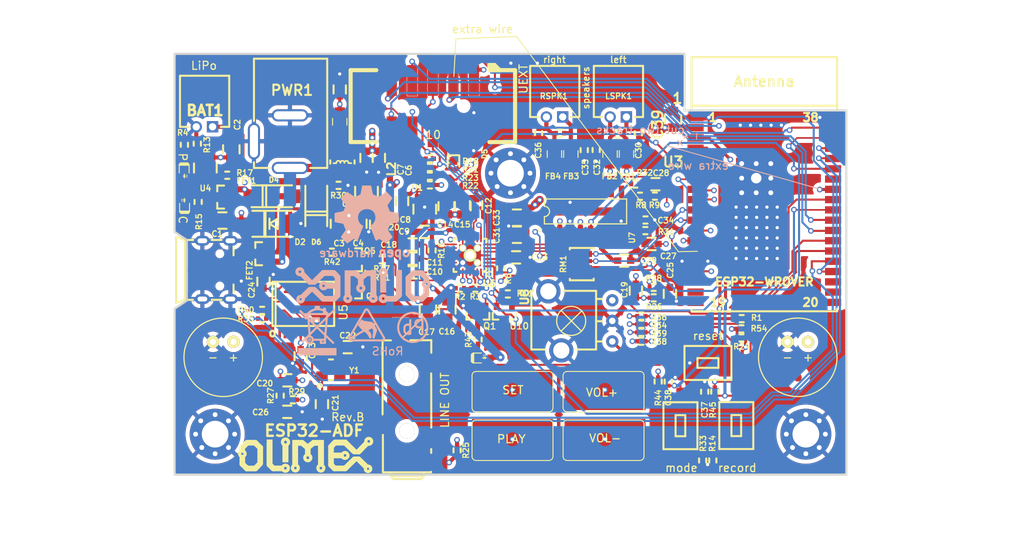
<source format=kicad_pcb>
(kicad_pcb (version 20221018) (generator pcbnew)
  (layers (0 "F.Cu" signal) (1 "In1.Cu" power) (2 "In2.Cu" mixed) (31 "B.Cu" signal) (35 "F.Paste" user) (36 "B.SilkS" user "B.Silkscreen") (37 "F.SilkS" user "F.Silkscreen") (38 "B.Mask" user) (39 "F.Mask" user) (44 "Edge.Cuts" user))
  (net 0 "")
  (net 1 "/GPIO19_HPD")
  (net 2 "Net-(AUDIO_JACK_5PIN1-Pad2)")
  (net 3 "Net-(AUDIO_JACK_5PIN1-Pad3)")
  (net 4 "Net-(AUDIO_JACK_5PIN1-Pad4)")
  (net 5 "GND")
  (net 6 "Net-(BAT1-Pad1)")
  (net 7 "Net-(BUT1-Pad2)")
  (net 8 "/GPI36_BUT_REC")
  (net 9 "/GPI39_BUT_MODE")
  (net 10 "Net-(BUT2-Pad2)")
  (net 11 "+5V")
  (net 12 "+BATT")
  (net 13 "Net-(C5-Pad2)")
  (net 14 "+3V3")
  (net 15 "+3.3VA")
  (net 16 "Net-(C10-Pad1)")
  (net 17 "Net-(C11-Pad1)")
  (net 18 "Net-(C12-Pad1)")
  (net 19 "Net-(C13-Pad1)")
  (net 20 "Net-(C16-Pad2)")
  (net 21 "Net-(C17-Pad2)")
  (net 22 "Net-(C18-Pad1)")
  (net 23 "Net-(C19-Pad2)")
  (net 24 "Net-(C19-Pad1)")
  (net 25 "Net-(C20-Pad2)")
  (net 26 "Net-(C20-Pad1)")
  (net 27 "Net-(C21-Pad1)")
  (net 28 "Net-(C22-Pad1)")
  (net 29 "Net-(C25-Pad1)")
  (net 30 "Net-(C26-Pad1)")
  (net 31 "Net-(C27-Pad2)")
  (net 32 "Net-(C27-Pad1)")
  (net 33 "Net-(C28-Pad1)")
  (net 34 "Net-(C28-Pad2)")
  (net 35 "Net-(C29-Pad1)")
  (net 36 "Net-(C30-Pad1)")
  (net 37 "Net-(C32-Pad2)")
  (net 38 "Net-(C35-Pad1)")
  (net 39 "Net-(C36-Pad2)")
  (net 40 "Net-(CHARGING1-Pad1)")
  (net 41 "Net-(COMPLETE2-Pad1)")
  (net 42 "Net-(D5-Pad1)")
  (net 43 "/GPI34_RX")
  (net 44 "Net-(D6-Pad2)")
  (net 45 "Net-(FB1-Pad2)")
  (net 46 "Net-(FB2-Pad2)")
  (net 47 "Net-(FB3-Pad2)")
  (net 48 "Net-(FB4-Pad2)")
  (net 49 "/+5V_USB")
  (net 50 "Net-(L2-Pad1)")
  (net 51 "Net-(PWRLED1-Pad1)")
  (net 52 "Net-(Q1-Pad3)")
  (net 53 "/GPIO22_GLED")
  (net 54 "/ESP_EN")
  (net 55 "Net-(Q4-Pad2)")
  (net 56 "Net-(Q4-Pad1)")
  (net 57 "Net-(Q5-Pad1)")
  (net 58 "Net-(Q5-Pad2)")
  (net 59 "Net-(Q5-Pad3)")
  (net 60 "Net-(R2-Pad2)")
  (net 61 "/GPIO0_MCLK")
  (net 62 "Net-(R11-Pad1)")
  (net 63 "Net-(R13-Pad1)")
  (net 64 "Net-(R15-Pad2)")
  (net 65 "/GPIO23_I2C-SCL")
  (net 66 "Net-(R19-Pad1)")
  (net 67 "/GPIO18_I2C-SDA")
  (net 68 "/GPIO17_CS")
  (net 69 "Net-(R31-Pad1)")
  (net 70 "Net-(R32-Pad1)")
  (net 71 "/GPIO33_PLAY")
  (net 72 "Net-(R35-Pad1)")
  (net 73 "/GPIO3_U0RXD")
  (net 74 "/GPIO32_SET")
  (net 75 "/D_Com")
  (net 76 "/GPIO13_VOLM")
  (net 77 "/GPIO27_VOLP")
  (net 78 "/GPIO1_U0TXD")
  (net 79 "Net-(R40-Pad1)")
  (net 80 "Net-(RM1-Pad1.2)")
  (net 81 "/GPI35_ASDOUT")
  (net 82 "Net-(RM1-Pad4.2)")
  (net 83 "/GPIO25_LRCK")
  (net 84 "Net-(RM1-Pad2.2)")
  (net 85 "Net-(RM1-Pad3.2)")
  (net 86 "/GPIO5_SCLK")
  (net 87 "/GPIO26_DSDIN")
  (net 88 "Net-(U1-Pad4)")
  (net 89 "/GPIO14_SCK")
  (net 90 "/GPIO12_V")
  (net 91 "/GPIO15_MISO")
  (net 92 "/GPIO2_MOSI")
  (net 93 "/GPIO4_U1TXD")
  (net 94 "/GPIO16_TX")
  (net 95 "/GPIO21_SHDN")
  (net 96 "Net-(U5-Pad17)")
  (net 97 "Net-(U5-Pad14)")
  (net 98 "Net-(U5-Pad13)")
  (net 99 "Net-(U5-Pad12)")
  (net 100 "Net-(U5-Pad11)")
  (net 101 "Net-(U6-Pad25)")
  (net 102 "Net-(U6-Pad22)")
  (net 103 "Net-(U6-Pad21)")
  (net 104 "Net-(U6-Pad9)")
  (net 105 "Net-(USB-UART1-Pad4)")
  (net 106 "Net-(R34-Pad1)")
  (net 107 "Net-(R36-Pad1)")
  (net 108 "Net-(R38-Pad1)")
  (net 109 "Net-(R39-Pad1)")
  (net 110 "/D_N")
  (net 111 "/D_P")
  (net 112 "Net-(R1-Pad2)")
  (net 113 "Net-(U3-Pad21)")
  (net 114 "Net-(U3-Pad22)")
  (net 115 "Net-(U3-Pad20)")
  (net 116 "Net-(U3-Pad19)")
  (net 117 "Net-(U3-Pad17)")
  (net 118 "Net-(U3-Pad18)")
  (net 119 "Net-(U3-Pad32)")
  (net 120 "Net-(U5-Pad20)")
  (net 121 "Net-(R8-Pad1)")
  (footprint "OLIMEX_Other-FP:Fiducial1x3_transp" (layer "F.Cu") (at 59 37)
    (fp_text reference "Ref*" hide)
    (fp_text value "Val**" hide)
  )
  (footprint "OLIMEX_Other-FP:Fiducial1x3_transp" (layer "F.Cu") (at 61 73)
    (fp_text reference "Ref*" hide)
    (fp_text value "Val**" hide)
  )
  (footprint "OLIMEX_Other-FP:Fiducial1x3_transp" (layer "F.Cu") (at 132 73)
    (fp_text reference "Ref*" hide)
    (fp_text value "Val**" hide)
  )
  (footprint "OLIMEX_Other-FP:Fiducial1x3_transp" (layer "F.Cu") (at 116 36)
    (fp_text reference "Ref*" hide)
    (fp_text value "Val**" hide)
  )
  (footprint "OLIMEX_Connectors-FP:PJ-W47S-05D2-LF_5PIN_V2" (layer "F.Cu") (at 86.7 85.6 90)
    (fp_text reference "AUDIO_JACK_5PIN1" hide)
    (fp_text value "PJ-W47S-05D2-LF_V2")
  )
  (footprint "OLIMEX_Connectors-FP:LIPO_BAT-CON2DW02R" (layer "F.Cu") (at 58.674 38.862 180)
    (fp_text reference "BAT1")
    (fp_text value "DW02R")
  )
  (footprint "OLIMEX_Buttons-FP:T1107A(6x3,8x2,5MM)" (layer "F.Cu") (at 124.405025 78.93934 -90)
    (fp_text reference "BUT1" hide)
    (fp_text value "T1107A(6x3,8x2,5MM)")
  )
  (footprint "OLIMEX_Buttons-FP:T1107A(6x3,8x2,5MM)" (layer "F.Cu") (at 117.5 78.954 -90)
    (fp_text reference "BUT2" hide)
    (fp_text value "T1107A(6x3,8x2,5MM)")
  )
  (footprint "OLIMEX_LEDs-FP:LED_0603_KA" (layer "F.Cu") (at 56.2 51.1 90)
    (fp_text reference "CHARGING1" hide)
    (fp_text value "LED/YELLOW/0603")
  )
  (footprint "OLIMEX_LEDs-FP:LED_0603_KA" (layer "F.Cu") (at 93.28912 70.56374)
    (fp_text reference "COMPLETE2" hide)
    (fp_text value "LED/GREEN/0603")
  )
  (footprint "OLIMEX_Diodes-FP:DO214AA_1(K)-2(A)" (layer "F.Cu") (at 67.1 54)
    (fp_text reference "D2")
    (fp_text value "SMBJ6.0A(DO-214AA)")
  )
  (footprint "OLIMEX_Diodes-FP:SMA-KA" (layer "F.Cu") (at 67 50.6)
    (fp_text reference "D4")
    (fp_text value "1N5822/SS34/SMA")
  )
  (footprint "OLIMEX_Diodes-FP:SOD-123_1C-2A_KA" (layer "F.Cu") (at 89.45118 47.79772 -90)
    (fp_text reference "D5")
    (fp_text value "1N5819S4(SOD-123)")
  )
  (footprint "OLIMEX_Diodes-FP:SMA-KA" (layer "F.Cu") (at 72.5 51.8 90)
    (fp_text reference "D6")
    (fp_text value "1N5822/SS34/SMA")
  )
  (footprint "OLIMEX_RLC-FP:L_0805_5MIL_DWS" (layer "F.Cu") (at 110.833 45.393 -90)
    (fp_text reference "FB1")
    (fp_text value "FB0805")
  )
  (footprint "OLIMEX_RLC-FP:L_0805_5MIL_DWS" (layer "F.Cu") (at 108.801 45.393 -90)
    (fp_text reference "FB2")
    (fp_text value "FB0805")
  )
  (footprint "OLIMEX_RLC-FP:L_0805_5MIL_DWS" (layer "F.Cu") (at 103.959 45.393 -90)
    (fp_text reference "FB3")
    (fp_text value "FB0805")
  )
  (footprint "OLIMEX_RLC-FP:L_0805_5MIL_DWS" (layer "F.Cu") (at 101.927 45.393 -90)
    (fp_text reference "FB4")
    (fp_text value "FB0805")
  )
  (footprint "OLIMEX_Transistors-FP:SOT23" (layer "F.Cu") (at 60.9 50.7)
    (fp_text reference "FET1")
    (fp_text value "WPM2015-3/TR")
  )
  (footprint "OLIMEX_Transistors-FP:SOT23" (layer "F.Cu") (at 65.6 57.7)
    (fp_text reference "FET2")
    (fp_text value "WPM2015-3/TR")
  )
  (footprint "OLIMEX_RLC-FP:L_0805_5MIL_DWS" (layer "F.Cu") (at 75.4 41.384 90)
    (fp_text reference "L1" hide)
    (fp_text value "FB0805/600R/2A")
  )
  (footprint "OLIMEX_RLC-FP:CD32" (layer "F.Cu") (at 75.72756 46.36516 90)
    (fp_text reference "L2")
    (fp_text value "2.2uH/1.5A/DCR<0.1R/CD32")
  )
  (footprint "OLIMEX_Connectors-FP:LIPO_BAT-CON2DW02R" (layer "F.Cu") (at 109.817 37.646 180)
    (fp_text reference "LSPK1")
    (fp_text value "DW02R")
  )
  (footprint "OLIMEX_Other-FP:Mounting_hole_Shield_3.3mm" (layer "F.Cu") (at 60 80 -90)
    (fp_text reference "MH2" hide)
    (fp_text value "Mounting_hole_Shield_3.3mm" hide)
  )
  (footprint "OLIMEX_Other-FP:Mounting_hole_Shield_3.3mm" (layer "F.Cu") (at 133 80 -90)
    (fp_text reference "MH3" hide)
    (fp_text value "Mounting_hole_Shield_3.3mm" hide)
  )
  (footprint "OLIMEX_Other-FP:MIC" (layer "F.Cu") (at 132 70.5)
    (fp_text reference "MIC1" hide)
    (fp_text value "mic")
  )
  (footprint "OLIMEX_Other-FP:MIC" (layer "F.Cu") (at 61 70.5)
    (fp_text reference "MIC2" hide)
    (fp_text value "mic")
  )
  (footprint "OLIMEX_Connectors-FP:PWRJ-2mm(YDJ-1136)" (layer "F.Cu") (at 64.5 47.1 -90)
    (fp_text reference "PWR1")
    (fp_text value "PWRJ-2mm(YDJ-1134)")
  )
  (footprint "OLIMEX_LEDs-FP:LED_0603_KA" (layer "F.Cu") (at 56.2 48.1 -90)
    (fp_text reference "PWRLED1" hide)
    (fp_text value "LED/RED/0603")
  )
  (footprint "OLIMEX_Transistors-FP:SOT23" (layer "F.Cu") (at 92.47124 65.20434 90)
    (fp_text reference "Q1")
    (fp_text value "DTC114YKA")
  )
  (footprint "OLIMEX_Crystal-FP:TSX-3.2x2.5mm_GND(3)" (layer "F.Cu") (at 74.31278 72.03948)
    (fp_text reference "Y1")
    (fp_text value "Q12MHz/20pF/30ppm/2P/HC-49SM(SMD)")
  )
  (footprint "OLIMEX_Transistors-FP:SOT23" (layer "F.Cu") (at 77.5 61.8 180)
    (fp_text reference "Q4")
    (fp_text value "BC817-40(SOT23)")
  )
  (footprint "OLIMEX_Transistors-FP:SOT23" (layer "F.Cu") (at 77.50744 58.44996 180)
    (fp_text reference "Q5")
    (fp_text value "BC817-40(SOT23)")
  )
  (footprint "OLIMEX_RLC-FP:RA1206_(4X0603)_4B8_mine_1.1" (layer "F.Cu") (at 105.30586 58.9915 90)
    (fp_text reference "RM1")
    (fp_text value "RA1206_(4x0603)_4B8_22R")
  )
  (footprint "OLIMEX_Connectors-FP:LIPO_BAT-CON2DW02R" (layer "F.Cu") (at 101.943 37.646 180)
    (fp_text reference "RSPK1")
    (fp_text value "DW02R")
  )
  (footprint "OLIMEX_Buttons-FP:T1107A(6x3,8x2,5MM)" (layer "F.Cu") (at 120.9 71.199 180)
    (fp_text reference "RST1" hide)
    (fp_text value "T1107A(6x3,8x2,5MM)")
  )
  (footprint "OLIMEX_Regulators-FP:SOT-23-5" (layer "F.Cu") (at 85.9 52.2 90)
    (fp_text reference "U1")
    (fp_text value "AP1231-33")
  )
  (footprint "OLIMEX_Regulators-FP:SOT-23-5" (layer "F.Cu") (at 78.7 50 90)
    (fp_text reference "U2")
    (fp_text value "SY8089AAAC(SOT23-5)")
  )
  (footprint "OLIMEX_Regulators-FP:SOT-23-5" (layer "F.Cu") (at 58.8 47.1 -90)
    (fp_text reference "U4")
    (fp_text value "BL4054B-42TPRN(SOT23-5)")
  )
  (footprint "OLIMEX_IC-FP:SSOP-20W" (layer "F.Cu") (at 70.9 63.9)
    (fp_text reference "U5")
    (fp_text value "CH340T(SSOP20W)")
  )
  (footprint "OLIMEX_IC-FP:QFN28_EP(29)_4.076x4.076x0.9mm_Pitch_0.45mm" (layer "F.Cu") (at 91.5 57.9 90)
    (fp_text reference "U6")
    (fp_text value "ES8388(QFN28)")
  )
  (footprint "OLIMEX_IC-FP:SO-16" (layer "F.Cu") (at 105.77068 52.4764)
    (fp_text reference "U7")
    (fp_text value "PAM8003")
  )
  (footprint "OLIMEX_Transistors-FP:SOT23" (layer "F.Cu") (at 95.72752 65.20434 90)
    (fp_text reference "U10")
    (fp_text value "BAT54C(SOT23-3)")
  )
  (footprint "OLIMEX_Connectors-FP:GBH-254-SMT-10_Smaller" (layer "F.Cu") (at 86.9061 39.4589)
    (fp_text reference "UEXT1" hide)
    (fp_text value "BH10S")
  )
  (footprint "OLIMEX_Connectors-FP:USB-MICRO_MISB-SWMM-5B_LF" (layer "F.Cu") (at 58.674 59.7 180)
    (fp_text reference "USB-UART1" hide)
    (fp_text value "MISB-SWMM-5B-LF(USB_MICRO)")
  )
  (footprint "OLIMEX_TestPoints-FP:TP_SMD_10.00x5.00mm" (layer "F.Cu") (at 96.734025 80.625)
    (fp_text reference "TESTPAD1" hide)
    (fp_text value "TESTPAD" hide)
  )
  (footprint "OLIMEX_TestPoints-FP:TP_SMD_10.00x5.00mm" (layer "F.Cu") (at 96.734025 74.539339)
    (fp_text reference "TESTPAD2" hide)
    (fp_text value "TESTPAD" hide)
  )
  (footprint "OLIMEX_TestPoints-FP:TP_SMD_10.00x5.00mm" (layer "F.Cu") (at 108.184025 80.625)
    (fp_text reference "TESTPAD3" hide)
    (fp_text value "TESTPAD" hide)
  )
  (footprint "OLIMEX_TestPoints-FP:TP_SMD_10.00x5.00mm" (layer "F.Cu") (at 108.184025 74.525)
    (fp_text reference "TESTPAD4" hide)
    (fp_text value "TESTPAD" hide)
  )
  (footprint "OLIMEX_RLC-FP:C_0805_5MIL_DWS" (layer "F.Cu") (at 60.9 53.6 180)
    (fp_text reference "C1")
    (fp_text value "47uF/6.3V/20%/X5R/C0805")
  )
  (footprint "OLIMEX_RLC-FP:C_0805_5MIL_DWS" (layer "F.Cu") (at 62 44.8 90)
    (fp_text reference "C2")
    (fp_text value "47uF/6.3V/20%/X5R/C0805")
  )
  (footprint "OLIMEX_RLC-FP:C_0805_5MIL_DWS" (layer "F.Cu") (at 75.3 54 -90)
    (fp_text reference "C3")
    (fp_text value "47uF/6.3V/20%/X5R/C0805")
  )
  (footprint "OLIMEX_RLC-FP:C_0805_5MIL_DWS" (layer "F.Cu") (at 77.7 54 -90)
    (fp_text reference "C4")
    (fp_text value "47uF/6.3V/20%/X5R/C0805")
  )
  (footprint "OLIMEX_RLC-FP:C_0603_5MIL_DWS" (layer "F.Cu") (at 75.4 37.4 -90)
    (fp_text reference "C5" hide)
    (fp_text value "22uF/6.3V/20%/X5R/C0603")
  )
  (footprint "OLIMEX_RLC-FP:C_0603_5MIL_DWS" (layer "F.Cu") (at 80.23352 45.85462 -90)
    (fp_text reference "C6")
    (fp_text value "22uF/6.3V/20%/X5R/C0603")
  )
  (footprint "OLIMEX_RLC-FP:C_0603_5MIL_DWS" (layer "F.Cu") (at 78.70952 45.86732 -90)
    (fp_text reference "C7")
    (fp_text value "22uF/6.3V/20%/X5R/C0603")
  )
  (footprint "OLIMEX_RLC-FP:C_0603_5MIL_DWS" (layer "F.Cu") (at 83.1 51.2 -90)
    (fp_text reference "C8")
    (fp_text value "10uF")
  )
  (footprint "OLIMEX_RLC-FP:C_0603_5MIL_DWS" (layer "F.Cu") (at 85.9 55 180)
    (fp_text reference "C9")
    (fp_text value "10uF")
  )
  (footprint "OLIMEX_RLC-FP:C_0603_5MIL_DWS" (layer "F.Cu") (at 84.4 60.0065 180)
    (fp_text reference "C10")
    (fp_text value "10uF")
  )
  (footprint "OLIMEX_RLC-FP:C_0603_5MIL_DWS" (layer "F.Cu") (at 84.4 58.3065 180)
    (fp_text reference "C11")
    (fp_text value "10uF")
  )
  (footprint "OLIMEX_RLC-FP:C_0603_5MIL_DWS" (layer "F.Cu") (at 92.25026 51.69408 90)
    (fp_text reference "C12")
    (fp_text value "10uF")
  )
  (footprint "OLIMEX_RLC-FP:C_0603_5MIL_DWS" (layer "F.Cu") (at 97.19564 58.15076)
    (fp_text reference "C13")
    (fp_text value "100nF")
  )
  (footprint "OLIMEX_RLC-FP:C_0805_5MIL_DWS" (layer "F.Cu") (at 88.62314 51.82362 90)
    (fp_text reference "C14")
    (fp_text value "47uF")
  )
  (footprint "OLIMEX_RLC-FP:C_0805_5MIL_DWS" (layer "F.Cu") (at 90.5637 51.8414 90)
    (fp_text reference "C15")
    (fp_text value "47uF")
  )
  (footprint "OLIMEX_RLC-FP:C_0805_5MIL_DWS" (layer "F.Cu") (at 88.7 64.6 90)
    (fp_text reference "C16")
    (fp_text value "47uF")
  )
  (footprint "OLIMEX_RLC-FP:C_0805_5MIL_DWS" (layer "F.Cu") (at 86.3 64.6 90)
    (fp_text reference "C17")
    (fp_text value "47uF")
  )
  (footprint "OLIMEX_RLC-FP:C_0603_5MIL_DWS" (layer "F.Cu") (at 84.3915 56.5625 180)
    (fp_text reference "C18")
    (fp_text value "10uF")
  )
  (footprint "OLIMEX_RLC-FP:C_0603_5MIL_DWS" (layer "F.Cu") (at 111.99368 62.2681 90)
    (fp_text reference "C19")
    (fp_text value "1uF")
  )
  (footprint "OLIMEX_RLC-FP:C_0603_5MIL_DWS" (layer "F.Cu") (at 68.93424 73.34214)
    (fp_text reference "C20")
    (fp_text value "1uF")
  )
  (footprint "OLIMEX_RLC-FP:C_0603_5MIL_DWS" (layer "F.Cu") (at 73.19772 76.2889 -90)
    (fp_text reference "C21")
    (fp_text value "27pF/50V/5%/C0G")
  )
  (footprint "OLIMEX_RLC-FP:C_0603_5MIL_DWS" (layer "F.Cu") (at 76.3778 69.24548)
    (fp_text reference "C22")
    (fp_text value "27pF/50V/5%/C0G")
  )
  (footprint "OLIMEX_RLC-FP:C_0603_5MIL_DWS" (layer "F.Cu") (at 70.5739 70.36308 -90)
    (fp_text reference "C23")
    (fp_text value "22uF/6.3V/20%/X5R/C0603")
  )
  (footprint "OLIMEX_RLC-FP:C_0603_5MIL_DWS" (layer "F.Cu") (at 65.9765 61.1505 90)
    (fp_text reference "C24")
    (fp_text value "100nF/50V/20%/Y5V")
  )
  (footprint "OLIMEX_RLC-FP:C_0603_5MIL_DWS" (layer "F.Cu") (at 116.2 62.661 -90)
    (fp_text reference "C25")
    (fp_text value "10uF")
  )
  (footprint "OLIMEX_RLC-FP:C_0603_5MIL_DWS" (layer "F.Cu") (at 68.91528 77.23886)
    (fp_text reference "C26")
    (fp_text value "10uF")
  )
  (footprint "OLIMEX_RLC-FP:C_0603_5MIL_DWS" (layer "F.Cu") (at 113.93 56.496)
    (fp_text reference "C27")
    (fp_text value "1uF")
  )
  (footprint "OLIMEX_RLC-FP:C_0603_5MIL_DWS" (layer "F.Cu") (at 114.41176 49.1109)
    (fp_text reference "C28")
    (fp_text value "1uF")
  )
  (footprint "OLIMEX_RLC-FP:C_0603_5MIL_DWS" (layer "F.Cu") (at 110.5535 58.547)
    (fp_text reference "C29")
    (fp_text value "1uF")
  )
  (footprint "OLIMEX_RLC-FP:C_0402_5MIL_DWS" (layer "F.Cu") (at 112.3061 42.82186 -90)
    (fp_text reference "C30")
    (fp_text value "270pF")
  )
  (footprint "OLIMEX_RLC-FP:C_0402_5MIL_DWS" (layer "F.Cu") (at 107.09148 44.88688 90)
    (fp_text reference "C32")
    (fp_text value "270pF")
  )
  (footprint "OLIMEX_RLC-FP:C_0805_5MIL_DWS" (layer "F.Cu") (at 97.293 53.25 180)
    (fp_text reference "C33")
    (fp_text value "47uF/6.3V/20%/X5R/C0805")
  )
  (footprint "OLIMEX_RLC-FP:C_0402_5MIL_DWS" (layer "F.Cu") (at 113.18 53.5305 180)
    (fp_text reference "C34")
    (fp_text value "100nF/50V/20%/Y5V/C0603")
  )
  (footprint "OLIMEX_RLC-FP:C_0402_5MIL_DWS" (layer "F.Cu") (at 105.61066 44.89704 -90)
    (fp_text reference "C35")
    (fp_text value "270pF")
  )
  (footprint "OLIMEX_RLC-FP:C_0402_5MIL_DWS" (layer "F.Cu") (at 99.96678 42.799 90)
    (fp_text reference "C36")
    (fp_text value "270pF")
  )
  (footprint "OLIMEX_RLC-FP:C_0402_5MIL_DWS" (layer "F.Cu") (at 120.5 74.75 -90)
    (fp_text reference "C37")
    (fp_text value "100nF/50V/20%/Y5V")
  )
  (footprint "OLIMEX_RLC-FP:C_0402_5MIL_DWS" (layer "F.Cu") (at 116 73.5 -90)
    (fp_text reference "C38")
    (fp_text value "100nF/50V/20%/Y5V")
  )
  (footprint "OLIMEX_RLC-FP:R_0402_5MIL_DWS" (layer "F.Cu") (at 90.2462 61.95822)
    (fp_text reference "R2")
    (fp_text value "n.a.")
  )
  (footprint "OLIMEX_RLC-FP:R_0402_5MIL_DWS" (layer "F.Cu") (at 92.15146 61.95438)
    (fp_text reference "R3")
    (fp_text value "10K")
  )
  (footprint "OLIMEX_RLC-FP:R_0402_5MIL_DWS" (layer "F.Cu") (at 56.2 44.235 90)
    (fp_text reference "R4")
    (fp_text value "2.2k")
  )
  (footprint "OLIMEX_RLC-FP:R_0402_5MIL_DWS" (layer "F.Cu") (at 95.3 59.5 -90)
    (fp_text reference "R6")
    (fp_text value "220R(100R)")
  )
  (footprint "OLIMEX_RLC-FP:R_0402_5MIL_DWS" (layer "F.Cu") (at 96.17202 62.66942)
    (fp_text reference "R11")
    (fp_text value "22R")
  )
  (footprint "OLIMEX_RLC-FP:R_0402_5MIL_DWS" (layer "F.Cu") (at 57.8 44.1 90)
    (fp_text reference "R13")
    (fp_text value "2.2k")
  )
  (footprint "OLIMEX_RLC-FP:R_0402_5MIL_DWS" (layer "F.Cu") (at 121.5 83.25 -90)
    (fp_text reference "R14")
    (fp_text value "220R")
  )
  (footprint "OLIMEX_RLC-FP:R_0402_5MIL_DWS" (layer "F.Cu") (at 57.9 51.3 90)
    (fp_text reference "R15")
    (fp_text value "2.2k")
  )
  (footprint "OLIMEX_RLC-FP:R_0402_5MIL_DWS" (layer "F.Cu") (at 86.8 57.3 -90)
    (fp_text reference "R16")
    (fp_text value "4.7R")
  )
  (footprint "OLIMEX_RLC-FP:R_0402_5MIL_DWS" (layer "F.Cu") (at 61.5 48)
    (fp_text reference "R17")
    (fp_text value "NA/R0603")
  )
  (footprint "OLIMEX_RLC-FP:R_0402_5MIL_DWS" (layer "F.Cu") (at 86.53622 45.954)
    (fp_text reference "R18")
    (fp_text value "2.2k")
  )
  (footprint "OLIMEX_RLC-FP:R_0603_5MIL_DWS" (layer "F.Cu") (at 81.6 51.211 90)
    (fp_text reference "R19")
    (fp_text value "4.99k/1%/R0603")
  )
  (footprint "OLIMEX_RLC-FP:R_0603_5MIL_DWS" (layer "F.Cu") (at 79.9 54.1 -90)
    (fp_text reference "R20")
    (fp_text value "1.1k/1%/R0603")
  )
  (footprint "OLIMEX_RLC-FP:R_0402_5MIL_DWS" (layer "F.Cu") (at 86.53272 47.0375)
    (fp_text reference "R21")
    (fp_text value "2.2k")
  )
  (footprint "OLIMEX_RLC-FP:R_0402_5MIL_DWS" (layer "F.Cu") (at 86.53272 49.1965)
    (fp_text reference "R22")
    (fp_text value "10k")
  )
  (footprint "OLIMEX_RLC-FP:R_0402_5MIL_DWS" (layer "F.Cu") (at 86.53622 48.117)
    (fp_text reference "R23")
    (fp_text value "10k")
  )
  (footprint "OLIMEX_RLC-FP:R_0402_5MIL_DWS" (layer "F.Cu") (at 125.03912 68.09994)
    (fp_text reference "R24")
    (fp_text value "1k")
  )
  (footprint "OLIMEX_RLC-FP:R_0402_5MIL_DWS" (layer "F.Cu") (at 89.9 82 90)
    (fp_text reference "R25")
    (fp_text value "27K")
  )
  (footprint "OLIMEX_RLC-FP:R_0402_5MIL_DWS" (layer "F.Cu") (at 114.2 63.15 180)
    (fp_text reference "R26")
    (fp_text value "2.2K")
  )
  (footprint "OLIMEX_RLC-FP:R_0402_5MIL_DWS" (layer "F.Cu") (at 68.03424 75.24214 90)
    (fp_text reference "R27")
    (fp_text value "2.2K")
  )
  (footprint "OLIMEX_RLC-FP:R_0402_5MIL_DWS" (layer "F.Cu") (at 114.2 61.85)
    (fp_text reference "R28")
    (fp_text value "1K")
  )
  (footprint "OLIMEX_RLC-FP:R_0402_5MIL_DWS" (layer "F.Cu") (at 75.25 49.25)
    (fp_text reference "R30")
    (fp_text value "10k")
  )
  (footprint "OLIMEX_RLC-FP:R_0402_5MIL_DWS" (layer "F.Cu") (at 113.168 54.845)
    (fp_text reference "R31")
    (fp_text value "10k")
  )
  (footprint "OLIMEX_RLC-FP:R_0402_5MIL_DWS" (layer "F.Cu") (at 111.93018 49.08804)
    (fp_text reference "R32")
    (fp_text value "10k")
  )
  (footprint "OLIMEX_RLC-FP:R_0402_5MIL_DWS" (layer "F.Cu") (at 120.25 83.25 -90)
    (fp_text reference "R33")
    (fp_text value "220R")
  )
  (footprint "OLIMEX_RLC-FP:R_0402_5MIL_DWS" (layer "F.Cu") (at 112.6715 66.4135)
    (fp_text reference "R34")
    (fp_text value "510R")
  )
  (footprint "OLIMEX_RLC-FP:R_0402_5MIL_DWS" (layer "F.Cu") (at 65.79108 65.71488 180)
    (fp_text reference "R35")
    (fp_text value "220R")
  )
  (footprint "OLIMEX_RLC-FP:R_0402_5MIL_DWS" (layer "F.Cu") (at 112.6715 65.4135)
    (fp_text reference "R36")
    (fp_text value "510R")
  )
  (footprint "OLIMEX_RLC-FP:R_0402_5MIL_DWS" (layer "F.Cu") (at 80.57134 58.44286)
    (fp_text reference "R37")
    (fp_text value "220R")
  )
  (footprint "OLIMEX_RLC-FP:R_0402_5MIL_DWS" (layer "F.Cu") (at 112.6715 68.5135)
    (fp_text reference "R38")
    (fp_text value "510R")
  )
  (footprint "OLIMEX_RLC-FP:R_0402_5MIL_DWS" (layer "F.Cu") (at 112.6715 67.4135)
    (fp_text reference "R39")
    (fp_text value "510R")
  )
  (footprint "OLIMEX_RLC-FP:R_0402_5MIL_DWS" (layer "F.Cu") (at 65.8114 64.70142 180)
    (fp_text reference "R40")
    (fp_text value "220R")
  )
  (footprint "OLIMEX_RLC-FP:R_0402_5MIL_DWS" (layer "F.Cu") (at 78.98638 60.05576 -90)
    (fp_text reference "R41")
    (fp_text value "1k")
  )
  (footprint "OLIMEX_RLC-FP:R_0402_5MIL_DWS" (layer "F.Cu") (at 74.4347 57.51322)
    (fp_text reference "R42")
    (fp_text value "1k")
  )
  (footprint "OLIMEX_RLC-FP:R_0402_5MIL_DWS" (layer "F.Cu") (at 92.48902 68.30822 90)
    (fp_text reference "R43")
    (fp_text value "2.2k")
  )
  (footprint "OLIMEX_RLC-FP:R_0402_5MIL_DWS" (layer "F.Cu") (at 114.75 73.5 -90)
    (fp_text reference "R44")
    (fp_text value "10k")
  )
  (footprint "OLIMEX_RLC-FP:R_0402_5MIL_DWS" (layer "F.Cu") (at 121.75 74.742 -90)
    (fp_text reference "R45")
    (fp_text value "10k")
  )
  (footprint "OLIMEX_RLC-FP:R_0402_5MIL_DWS" (layer "F.Cu") (at 125.03404 66.98488 180)
    (fp_text reference "R54")
    (fp_text value "NA/R0603")
  )
  (footprint "OLIMEX_IC-FP:RPM7236-H8" (layer "F.Cu") (at 104 66 90)
    (fp_text reference "U8")
    (fp_text value "RPM7236-H8")
  )
  (footprint "OLIMEX_RLC-FP:R_0402_5MIL_DWS" (layer "F.Cu") (at 102.616 42.799)
    (fp_text reference "R7" hide)
    (fp_text value "1K")
  )
  (footprint "OLIMEX_RLC-FP:R_0402_5MIL_DWS" (layer "F.Cu") (at 109.728 42.926)
    (fp_text reference "R5" hide)
    (fp_text value "1K")
  )
  (footprint "OLIMEX_Other-FP:Mounting_hole_Shield_3.3mm" (layer "F.Cu") (at 96.5 47.75 -90)
    (fp_text reference "MH3" hide)
    (fp_text value "Mounting_hole_Shield_3.3mm" hide)
  )
  (footprint "OLIMEX_RLC-FP:R_0402_5MIL_DWS" (layer "F.Cu") (at 125.0696 65.72504 180)
    (fp_text reference "R1")
    (fp_text value "220R")
  )
  (footprint "OLIMEX_Cases-FP:ESP32-WROVER_MODULE_" (layer "F.Cu") (at 127.86868 49.1142)
    (fp_text reference "U3")
    (fp_text value "ESP32-WROVER(_PCB,_IPEX,-xB)_and_ESP-WROOM-32-Universal")
  )
  (footprint "OLIMEX_LOGOs-FP:OLIMEX_LOGO_TB" (layer "F.Cu") (at 71.35114 82.55254)
    (fp_text reference "" hide)
    (fp_text value "" hide)
  )
  (footprint "OLIMEX_RLC-FP:R_0402_5MIL_DWS" (layer "F.Cu") (at 69.59092 75.74534 180)
    (fp_text reference "R29")
    (fp_text value "1K")
  )
  (footprint "OLIMEX_RLC-FP:R_0402_5MIL_DWS" (layer "F.Cu") (at 112.50422 50.59934 180)
    (fp_text reference "R8")
    (fp_text value "1K")
  )
  (footprint "OLIMEX_RLC-FP:R_0402_5MIL_DWS" (layer "F.Cu") (at 114.34318 50.58664 180)
    (fp_text reference "R9")
    (fp_text value "1K(n.a.)")
  )
  (footprint "OLIMEX_RLC-FP:C_0805_5MIL_DWS" (layer "F.Cu") (at 97.293 55.353 180)
    (fp_text reference "C31")
    (fp_text value "47uF/6.3V/20%/X5R/C0805")
  )
  (footprint "OLIMEX_RLC-FP:C_0805_5MIL_DWS" (layer "F.Cu") (at 116.58346 41.09974 90)
    (fp_text reference "C39")
    (fp_text value "47uF/6.3V/20%/X5R/C0805")
  )
  (footprint "OLIMEX_LOGOs-FP:LOGO_OPENHARDWARE_8x8" (layer "B.Cu") (at 78.74 53.34 180)
    (fp_text reference "" hide)
    (fp_text value "" hide)
  )
  (footprint "OLIMEX_LOGOs-FP:LOGO_ANTISTATIC_SMALL_4.5mmX2.8mm" (layer "B.Cu") (at 78.71968 66.49212 180)
    (fp_text reference "Ref**")
    (fp_text value "Val**")
  )
  (footprint "OLIMEX_LOGOs-FP:LOGO_RECYCLEBIN_1" (layer "B.Cu") (at 74.97318 70.23862 180)
    (fp_text reference "" hide)
    (fp_text value "" hide)
  )
  (footprint "OLIMEX_LOGOs-FP:OLIMEX_LOGO_TB" (layer "B.Cu") (at 78.105 61.595 180)
    (fp_text reference "" hide)
    (fp_text value "" hide)
  )
  (footprint "OLIMEX_LOGOs-FP:LOGO_PBFREE" (layer "B.Cu") (at 84.62518 66.49212)
    (fp_text reference "")
    (fp_text value "")
  )
  (gr_line (start 117.95 43.45) (end 118.25 43.05) (stroke (width 0.12)) (layer "B.SilkS"))
  (gr_line (start 119.5 43.2) (end 119.5 43.55) (stroke (width 0.12)) (layer "B.SilkS"))
  (gr_line (start 134.85 49.75) (end 115.8 44.35) (stroke (width 0.12)) (layer "B.SilkS"))
  (gr_line (start 118.45 43.35) (end 117.75 43.1) (stroke (width 0.12)) (layer "B.SilkS"))
  (gr_line (start 119.55 42.8) (end 119.5 43.2) (stroke (width 0.12)) (layer "B.SilkS"))
  (gr_line (start 117.7 43.7) (end 117.2 44.3) (stroke (width 0.12)) (layer "B.SilkS"))
  (gr_line (start 117.15 43.7) (end 117.75 44.35) (stroke (width 0.12)) (layer "B.SilkS"))
  (gr_line (start 113 76.75) (end 113 72.75) (stroke (width 0.12)) (layer "F.SilkS"))
  (gr_line (start 103 72.75) (end 103 76.75) (stroke (width 0.12)) (layer "F.SilkS"))
  (gr_arc (start 103.5 77.25) (mid 103.146447 77.103553) (end 103 76.75) (stroke (width 0.12)) (layer "F.SilkS"))
  (gr_arc (start 103 72.75) (mid 103.146447 72.396447) (end 103.5 72.25) (stroke (width 0.12)) (layer "F.SilkS"))
  (gr_line (start 103.5 72.25) (end 112.5 72.25) (stroke (width 0.12)) (layer "F.SilkS"))
  (gr_arc (start 113 76.75) (mid 112.853553 77.103553) (end 112.5 77.25) (stroke (width 0.12)) (layer "F.SilkS"))
  (gr_line (start 103.5 77.25) (end 112.5 77.25) (stroke (width 0.12)) (layer "F.SilkS"))
  (gr_arc (start 112.5 72.25) (mid 112.853553 72.396447) (end 113 72.75) (stroke (width 0.12)) (layer "F.SilkS"))
  (gr_arc (start 101.25 78.25) (mid 101.603553 78.396447) (end 101.75 78.75) (stroke (width 0.12)) (layer "F.SilkS"))
  (gr_line (start 91.75 78.75) (end 91.75 82.75) (stroke (width 0.12)) (layer "F.SilkS"))
  (gr_arc (start 101.75 82.75) (mid 101.603553 83.103553) (end 101.25 83.25) (stroke (width 0.12)) (layer "F.SilkS"))
  (gr_line (start 92.25 83.25) (end 101.25 83.25) (stroke (width 0.12)) (layer "F.SilkS"))
  (gr_arc (start 92.25 83.25) (mid 91.896447 83.103553) (end 91.75 82.75) (stroke (width 0.12)) (layer "F.SilkS"))
  (gr_arc (start 91.75 78.75) (mid 91.896447 78.396447) (end 92.25 78.25) (stroke (width 0.12)) (layer "F.SilkS"))
  (gr_line (start 92.25 78.25) (end 101.25 78.25) (stroke (width 0.12)) (layer "F.SilkS"))
  (gr_line (start 101.75 82.75) (end 101.75 78.75) (stroke (width 0.12)) (layer "F.SilkS"))
  (gr_arc (start 103 78.75) (mid 103.146447 78.396447) (end 103.5 78.25) (stroke (width 0.12)) (layer "F.SilkS"))
  (gr_line (start 103.5 78.25) (end 112.5 78.25) (stroke (width 0.12)) (layer "F.SilkS"))
  (gr_line (start 113 82.75) (end 113 78.75) (stroke (width 0.12)) (layer "F.SilkS"))
  (gr_arc (start 112.5 78.25) (mid 112.853553 78.396447) (end 113 78.75) (stroke (width 0.12)) (layer "F.SilkS"))
  (gr_arc (start 103.5 83.25) (mid 103.146447 83.103553) (end 103 82.75) (stroke (width 0.12)) (layer "F.SilkS"))
  (gr_arc (start 113 82.75) (mid 112.853553 83.103553) (end 112.5 83.25) (stroke (width 0.12)) (layer "F.SilkS"))
  (gr_line (start 103.5 83.25) (end 112.5 83.25) (stroke (width 0.12)) (layer "F.SilkS"))
  (gr_line (start 103 78.75) (end 103 82.75) (stroke (width 0.12)) (layer "F.SilkS"))
  (gr_line (start 89.75 31.15) (end 89.5 35.8) (stroke (width 0.12)) (layer "F.SilkS"))
  (gr_line (start 92.25 77.25) (end 101.25 77.25) (stroke (width 0.12)) (layer "F.SilkS"))
  (gr_arc (start 91.75 72.75) (mid 91.896447 72.396447) (end 92.25 72.25) (stroke (width 0.12)) (layer "F.SilkS"))
  (gr_arc (start 101.25 72.25) (mid 101.603553 72.396447) (end 101.75 72.75) (stroke (width 0.12)) (layer "F.SilkS"))
  (gr_line (start 117.25 57.45) (end 97.25 30.85) (stroke (width 0.12)) (layer "F.SilkS"))
  (gr_arc (start 92.25 77.25) (mid 91.896447 77.103553) (end 91.75 76.75) (stroke (width 0.12)) (layer "F.SilkS"))
  (gr_line (start 92.25 72.25) (end 101.25 72.25) (stroke (width 0.12)) (layer "F.SilkS"))
  (gr_line (start 101.75 76.75) (end 101.75 72.75) (stroke (width 0.12)) (layer "F.SilkS"))
  (gr_line (start 91.75 72.75) (end 91.75 76.75) (stroke (width 0.12)) (layer "F.SilkS"))
  (gr_line (start 97.25 30.85) (end 89.75 31.15) (stroke (width 0.12)) (layer "F.SilkS"))
  (gr_line (start 119.6 57.4) (end 117.25 57.45) (stroke (width 0.12)) (layer "F.SilkS"))
  (gr_arc (start 101.75 76.75) (mid 101.603553 77.103553) (end 101.25 77.25) (stroke (width 0.12)) (layer "F.SilkS"))
  (gr_line (start 55 64.5) (end 55 85) (stroke (width 0.254)) (layer "Edge.Cuts"))
  (gr_line (start 55 85) (end 138 85) (stroke (width 0.254)) (layer "Edge.Cuts"))
  (gr_line (start 118 40) (end 118 33) (stroke (width 0.254)) (layer "Edge.Cuts"))
  (gr_line (start 138 40) (end 118 40) (stroke (width 0.254)) (layer "Edge.Cuts"))
  (gr_line (start 56.5 63.5) (end 55 64.5) (stroke (width 0.254)) (layer "Edge.Cuts"))
  (gr_line (start 55 33) (end 55 55) (stroke (width 0.254)) (layer "Edge.Cuts"))
  (gr_line (start 118 33) (end 55 33) (stroke (width 0.254)) (layer "Edge.Cuts"))
  (gr_line (start 55 55) (end 56.5 56) (stroke (width 0.254)) (layer "Edge.Cuts"))
  (gr_line (start 56.5 56) (end 56.5 63.5) (stroke (width 0.254)) (layer "Edge.Cuts"))
  (gr_line (start 138 85) (end 138 40) (stroke (width 0.254)) (layer "Edge.Cuts"))
  (gr_text "RoHS" (at 81.3181 69.75602) (layer "B.SilkS") (effects (font (size 1 1)) (justify mirror)))
  (gr_text "cut two tracks" (at 112.55 42.4) (layer "B.SilkS") (effects (font (size 1 1)) (justify mirror)))
  (gr_text "extra wire" (at 119.7 46.8) (layer "B.SilkS") (effects (font (size 1 1)) (justify mirror)))
  (gr_text "left" (at 109.82198 33.72104) (layer "F.SilkS") (effects (font (size 0.8 0.8))))
  (gr_text "speakers" (at 105.83672 37.20338 90) (layer "F.SilkS") (effects (font (size 0.8 0.8))))
  (gr_text "reset" (at 120.89638 67.85356) (layer "F.SilkS") (effects (font (size 1 1))))
  (gr_text "record" (at 124.52096 84.15782) (layer "F.SilkS") (effects (font (size 1 1))))
  (gr_text "PLAY" (at 96.6 80.6) (layer "F.SilkS") (effects (font (size 1 1))))
  (gr_text "VOL-" (at 108.2 80.5) (layer "F.SilkS") (effects (font (size 1 1))))
  (gr_text "P" (at 56 45.75 270) (layer "F.SilkS") (effects (font (size 1 1))))
  (gr_text "right" (at 101.93274 33.72104) (layer "F.SilkS") (effects (font (size 0.8 0.8))))
  (gr_text "VOL+" (at 107.8 74.85) (layer "F.SilkS") (effects (font (size 1 1))))
  (gr_text "UEXT" (at 98.09988 36.09086 90) (layer "F.SilkS") (effects (font (size 1 1))))
  (gr_text "C" (at 56 53.5 270) (layer "F.SilkS") (effects (font (size 1 1))))
  (gr_text "mode" (at 117.62232 84.15782) (layer "F.SilkS") (effects (font (size 1 1))))
  (gr_text "LINE OUT" (at 88.392 75.803 90) (layer "F.SilkS") (effects (font (size 1 1))))
  (gr_text "SET" (at 96.8 74.55) (layer "F.SilkS") (effects (font (size 1 1))))
  (gr_text "ESP32-ADF" (at 72.23252 79.57058) (layer "F.SilkS") (effects (font (size 1.4 1.4) (thickness 0.3))))
  (gr_text "Rev.B" (at 76.38796 77.89418) (layer "F.SilkS") (effects (font (size 1 1))))
  (gr_text "LiPo" (at 58.62066 34.45764) (layer "F.SilkS") (effects (font (size 1 1))))
  (gr_text "extra wire" (at 93.05 29.95) (layer "F.SilkS") (effects (font (size 1 1))))
  (segment (start 136.34666 49.76622) (end 136.36868 49.7442) (width 0.381) (layer "F.Cu") (net 1))
  (segment (start 88.908 83.5) (end 89.9 82.508) (width 0.508) (layer "F.Cu") (net 1))
  (segment (start 87.2 83.5) (end 88.908 83.5) (width 0.508) (layer "F.Cu") (net 1))
  (segment (start 134.71906 49.76622) (end 136.34666 49.76622) (width 0.381) (layer "F.Cu") (net 1))
  (via (at 134.71906 49.76622) (size 0.7) (drill 0.4) (layers "F.Cu" "B.Cu") (net 1))
  (via (at 88.908 83.5) (size 0.7) (drill 0.4) (layers "F.Cu" "B.Cu") (net 1))
  (segment (start 87.2 68.40802) (end 87.2 71.1) (width 0.508) (layer "F.Cu") (net 2))
  (segment (start 88.7 66.90802) (end 87.2 68.40802) (width 0.508) (layer "F.Cu") (net 2))
  (segment (start 88.7 65.616) (end 88.7 66.90802) (width 0.508) (layer "F.Cu") (net 2))
  (segment (start 80.50276 72.58558) (end 80.50276 73.56856) (width 0.508) (layer "F.Cu") (net 3))
  (segment (start 86.3 66.931522) (end 80.645942 72.58558) (width 0.508) (layer "F.Cu") (net 3))
  (segment (start 80.645942 72.58558) (end 80.50276 72.58558) (width 0.508) (layer "F.Cu") (net 3))
  (segment (start 86.3 65.616) (end 86.3 66.931522) (width 0.508) (layer "F.Cu") (net 3))
  (segment (start 80.50276 73.56856) (end 80.5 73.57132) (width 0.508) (layer "F.Cu") (net 3))
  (segment (start 80.5 73.57132) (end 80.5 78.8) (width 0.508) (layer "F.Cu") (net 3))
  (segment (start 105.61066 45.40504) (end 107.08132 45.40504) (width 0.508) (layer "F.Cu") (net 5))
  (segment (start 93.50249 61.95438) (end 93.512906 61.964796) (width 0.254) (layer "F.Cu") (net 5))
  (segment (start 134.73092 40.8542) (end 134.72922 40.8559) (width 0.762) (layer "F.Cu") (net 5))
  (segment (start 121.01746 40.8542) (end 121.02084 40.85082) (width 0.762) (layer "F.Cu") (net 5))
  (segment (start 111.4425 58.547) (end 112.70996 58.547) (width 0.254) (layer "F.Cu") (net 5))
  (segment (start 114.85118 52.9971) (end 114.32794 53.52034) (width 0.2032) (layer "F.Cu") (net 5))
  (segment (start 78.7 48.7) (end 78.7 47.64214) (width 0.508) (layer "F.Cu") (net 5))
  (segment (start 83.511 58.3065) (end 83.511 57.4209) (width 0.762) (layer "F.Cu") (net 5))
  (segment (start 93.44492 50.80508) (end 94.849 49.401) (width 0.762) (layer "F.Cu") (net 5))
  (segment (start 76.4153 49.25) (end 76.41844 49.25314) (width 0.508) (layer "F.Cu") (net 5))
  (segment (start 116.98652 63.55) (end 117.00002 63.5635) (width 0.254) (layer "F.Cu") (net 5))
  (segment (start 119.36868 58.6342) (end 119.37714 58.62574) (width 0.762) (layer "F.Cu") (net 5))
  (segment (start 120.5 73.50774) (end 120.50014 73.5076) (width 0.254) (layer "F.Cu") (net 5))
  (segment (start 110.21568 54.9514) (end 110.21568 53.71338) (width 0.508) (layer "F.Cu") (net 5))
  (segment (start 83.741 55) (end 83.511 55.23) (width 0.762) (layer "F.Cu") (net 5))
  (segment (start 69.277 55.56608) (end 69.30644 55.59552) (width 0.508) (layer "F.Cu") (net 5))
  (segment (start 69.277 54) (end 69.277 55.56608) (width 0.508) (layer "F.Cu") (net 5))
  (segment (start 116.963 71.199) (end 118.64822 71.199) (width 0.254) (layer "F.Cu") (net 5))
  (segment (start 65.9765 60.2615) (end 67.183 60.2615) (width 0.254) (layer "F.Cu") (net 5))
  (segment (start 120.5 74.242) (end 120.5 73.50774) (width 0.254) (layer "F.Cu") (net 5))
  (segment (start 112.3061 43.32986) (end 112.3061 44.069) (width 0.508) (layer "F.Cu") (net 5))
  (segment (start 89.41618 57.9) (end 91.5 57.9) (width 0.254) (layer "F.Cu") (net 5))
  (segment (start 56.335 43.592) (end 56.2 43.727) (width 0.508) (layer "F.Cu") (net 5))
  (segment (start 69.5833 71.25208) (end 69.5706 71.23938) (width 0.254) (layer "F.Cu") (net 5))
  (segment (start 70.75424 77.23886) (end 70.75932 77.23378) (width 0.254) (layer "F.Cu") (net 5))
  (segment (start 69.277 54) (end 70.5616 54) (width 0.508) (layer "F.Cu") (net 5))
  (segment (start 83.1 52.089) (end 85.74156 52.089) (width 0.762) (layer "F.Cu") (net 5))
  (segment (start 118.64822 71.199) (end 118.64848 71.19874) (width 0.254) (layer "F.Cu") (net 5))
  (segment (start 91.9861 44.9326) (end 91.95054 44.96816) (width 0.762) (layer "F.Cu") (net 5))
  (segment (start 92.25026 50.80508) (end 93.44492 50.80508) (width 0.762) (layer "F.Cu") (net 5))
  (segment (start 73.19772 77.1779) (end 73.19772 78.105) (width 0.254) (layer "F.Cu") (net 5))
  (segment (start 77.7 55.016) (end 76.5052 55.016) (width 0.762) (layer "F.Cu") (net 5))
  (segment (start 57.8 43.592) (end 56.335 43.592) (width 0.508) (layer "F.Cu") (net 5))
  (segment (start 105.61066 46.202586) (end 105.610646 46.2026) (width 0.508) (layer "F.Cu") (net 5))
  (segment (start 90.5637 50.8254) (end 88.64092 50.8254) (width 0.762) (layer "F.Cu") (net 5))
  (segment (start 58.8 48.4) (end 58.8 49.508) (width 0.508) (layer "F.Cu") (net 5))
  (segment (start 98.08464 58.15076) (end 98.92284 58.15076) (width 0.2032) (layer "F.Cu") (net 5))
  (segment (start 107.08132 45.40504) (end 107.09148 45.39488) (width 0.508) (layer "F.Cu") (net 5))
  (segment (start 72.525 66.01752) (end 72.52462 66.01714) (width 0.254) (layer "F.Cu") (net 5))
  (segment (start 73.19772 78.105) (end 73.23836 78.14564) (width 0.254) (layer "F.Cu") (net 5))
  (segment (start 92.65946 61.95438) (end 93.50249 61.95438) (width 0.254) (layer "F.Cu") (net 5))
  (segment (start 112.3061 44.069) (end 112.32896 44.09186) (width 0.508) (layer "F.Cu") (net 5))
  (segment (start 80.23352 47.5996) (end 80.19542 47.6377) (width 0.762) (layer "F.Cu") (net 5))
  (segment (start 85.8901 51.94046) (end 85.8901 53.96484) (width 0.762) (layer "F.Cu") (net 5))
  (segment (start 112.70996 58.547) (end 112.796693 58.633733) (width 0.254) (layer "F.Cu") (net 5))
  (segment (start 78.70952 47.59706) (end 78.7273 47.61484) (width 0.762) (layer "F.Cu") (net 5))
  (segment (start 76.5052 55.016) (end 75.3 55.016) (width 0.762) (layer "F.Cu") (net 5))
  (segment (start 83.511 57.4209) (end 83.511 56.571) (width 0.762) (layer "F.Cu") (net 5))
  (segment (start 96.277 54.27896) (end 96.277 55.353) (width 1.016) (layer "F.Cu") (net 5))
  (segment (start 98.92284 58.15076) (end 98.93046 58.14314) (width 0.2032) (layer "F.Cu") (net 5))
  (segment (start 119.36868 40.8542) (end 117.35392 40.8542) (width 0.508) (layer "F.Cu") (net 5))
  (segment (start 119.37714 58.62574) (end 120.390758 58.62574) (width 0.762) (layer "F.Cu") (net 5))
  (segment (start 90.5637 50.8254) (end 92.22994 50.8254) (width 0.762) (layer "F.Cu") (net 5))
  (segment (start 116.2 63.55) (end 116.98652 63.55) (width 0.254) (layer "F.Cu") (net 5))
  (segment (start 57.6707 42.01668) (end 57.6707 43.4627) (width 0.508) (layer "F.Cu") (net 5))
  (segment (start 93.49616 61.97216) (end 93.503524 61.964796) (width 0.254) (layer "F.Cu") (net 5))
  (segment (start 83.511 56.571) (end 83.5025 56.5625) (width 0.762) (layer "F.Cu") (net 5))
  (segment (start 114.31778 53.5305) (end 114.32794 53.52034) (width 0.508) (layer "F.Cu") (net 5))
  (segment (start 75.4 35.48644) (end 75.3999 35.48634) (width 0.762) (layer "F.Cu") (net 5))
  (segment (start 85.74156 52.089) (end 85.8901 51.94046) (width 0.762) (layer "F.Cu") (net 5))
  (segment (start 136.36868 40.8542) (end 134.73092 40.8542) (width 0.762) (layer "F.Cu") (net 5))
  (segment (start 75.4 36.511) (end 75.4 35.48644) (width 0.762) (layer "F.Cu") (net 5))
  (segment (start 77.2668 69.24548) (end 78.22184 69.24548) (width 0.254) (layer "F.Cu") (net 5))
  (segment (start 117.35392 40.8542) (end 116.58346 40.08374) (width 0.508) (layer "F.Cu") (net 5))
  (segment (start 83.511 55.23) (end 83.511 57.4209) (width 0.762) (layer "F.Cu") (net 5))
  (segment (start 70.5739 71.25208) (end 69.5833 71.25208) (width 0.254) (layer "F.Cu") (net 5))
  (segment (start 91.9861 42.6339) (end 91.9861 40.2844) (width 0.762) (layer "F.Cu") (net 5))
  (segment (start 78.22184 69.24548) (end 78.25232 69.215) (width 0.254) (layer "F.Cu") (net 5))
  (segment (start 91.51874 64.0969) (end 90.68308 64.0969) (width 0.254) (layer "F.Cu") (net 5))
  (segment (start 91.9861 42.6339) (end 91.9861 44.9326) (width 0.762) (layer "F.Cu") (net 5))
  (segment (start 120.25 83.758) (end 120.85932 83.758) (width 0.254) (layer "F.Cu") (net 5))
  (segment (start 78.70952 46.75632) (end 78.70952 47.59706) (width 0.762) (layer "F.Cu") (net 5))
  (segment (start 91.9861 40.2844) (end 91.97848 40.27678) (width 0.762) (layer "F.Cu") (net 5))
  (segment (start 70.5616 54) (end 70.59422 53.96738) (width 0.508) (layer "F.Cu") (net 5))
  (segment (start 63.23534 61.0875) (end 63.23584 61.087) (width 0.508) (layer "F.Cu") (net 5))
  (segment (start 119.36868 40.8542) (end 121.01746 40.8542) (width 0.762) (layer "F.Cu") (net 5))
  (segment (start 61.824 61.0875) (end 63.23534 61.0875) (width 0.508) (layer "F.Cu") (net 5))
  (segment (start 90.6 55.81618) (end 90.6 57) (width 0.2032) (layer "F.Cu") (net 5))
  (segment (start 110.21568 53.71338) (end 110.17504 53.67274) (width 0.508) (layer "F.Cu") (net 5))
  (segment (start 116.85268 72.992) (end 116.85524 72.98944) (width 0.254) (layer "F.Cu") (net 5))
  (segment (start 99.96678 43.307) (end 99.96678 44.28322) (width 0.508) (layer "F.Cu") (net 5))
  (segment (start 107.09148 45.39488) (end 107.09148 46.291474) (width 0.508) (layer "F.Cu") (net 5))
  (segment (start 99.96678 44.28322) (end 98.151 46.099) (width 0.508) (layer "F.Cu") (net 5))
  (segment (start 80.23352 46.74362) (end 80.23352 47.5996) (width 0.762) (layer "F.Cu") (net 5))
  (segment (start 96.277 53.25) (end 96.277 54.27896) (width 1.016) (layer "F.Cu") (net 5))
  (segment (start 85.011 55) (end 83.741 55) (width 0.762) (layer "F.Cu") (net 5))
  (segment (start 116 72.992) (end 116.85268 72.992) (width 0.254) (layer "F.Cu") (net 5))
  (segment (start 57.6707 43.4627) (end 57.8 43.592) (width 0.508) (layer "F.Cu") (net 5))
  (segment (start 105.61066 45.40504) (end 105.61066 46.202586) (width 0.508) (layer "F.Cu") (net 5))
  (segment (start 93.503524 61.964796) (end 93.512906 61.964796) (width 0.254) (layer "F.Cu") (net 5))
  (segment (start 58.691239 49.616761) (end 58.691239 53.550239) (width 0.508) (layer "F.Cu") (net 5))
  (segment (start 120.85932 83.758) (end 121.5 83.758) (width 0.254) (layer "F.Cu") (net 5))
  (segment (start 58.691239 53.550239) (end 58.741 53.6) (width 0.508) (layer "F.Cu") (net 5))
  (segment (start 93.58382 57.9) (end 91.5 57.9) (width 0.254) (layer "F.Cu") (net 5))
  (segment (start 113.688 53.5305) (end 114.31778 53.5305) (width 0.508) (layer "F.Cu") (net 5))
  (segment (start 85.9 50.9) (end 85.9 51.93056) (width 0.762) (layer "F.Cu") (net 5))
  (segment (start 58.741 53.6) (end 59.884 53.6) (width 0.508) (layer "F.Cu") (net 5))
  (segment (start 85.9 51.93056) (end 85.8901 51.94046) (width 0.762) (layer "F.Cu") (net 5))
  (segment (start 69.80428 77.23886) (end 70.75424 77.23886) (width 0.254) (layer "F.Cu") (net 5))
  (segment (start 103.86568 53.69814) (end 103.85044 53.6829) (width 0.508) (layer "F.Cu") (net 5))
  (segment (start 114.85118 50.58664) (end 114.85118 52.9971) (width 0.2032) (layer "F.Cu") (net 5))
  (segment (start 92.22994 50.8254) (end 92.25026 50.80508) (width 0.762) (layer "F.Cu") (net 5))
  (segment (start 72.525 67.5195) (end 72.525 66.01752) (width 0.254) (layer "F.Cu") (net 5))
  (segment (start 78.7 47.64214) (end 78.7273 47.61484) (width 0.508) (layer "F.Cu") (net 5))
  (segment (start 79.9 54.989) (end 78.98076 54.989) (width 0.762) (layer "F.Cu") (net 5))
  (segment (start 58.8 49.508) (end 58.691239 49.616761) (width 0.508) (layer "F.Cu") (net 5))
  (segment (start 90.68308 64.0969) (end 90.66784 64.11214) (width 0.254) (layer "F.Cu") (net 5))
  (segment (start 103.86568 54.9514) (end 103.86568 53.69814) (width 0.508) (layer "F.Cu") (net 5))
  (segment (start 75.758 49.25) (end 76.4153 49.25) (width 0.508) (layer "F.Cu") (net 5))
  (segment (start 78.98076 54.989) (end 77.727 54.989) (width 0.762) (layer "F.Cu") (net 5))
  (segment (start 77.727 54.989) (end 77.7 55.016) (width 0.762) (layer "F.Cu") (net 5))
  (segment (start 120.390758 58.62574) (end 120.885732 58.62574) (width 0.762) (layer "F.Cu") (net 5))
  (segment (start 103.86568 50.0014) (end 103.86568 51.34864) (width 0.508) (layer "F.Cu") (net 5))
  (via (at 126.16688 41.8211) (size 0.7) (drill 0.4) (layers "F.Cu" "B.Cu") (net 5))
  (via (at 127.43688 41.8211) (size 0.7) (drill 0.4) (layers "F.Cu" "B.Cu") (net 5))
  (via (at 128.70688 41.8211) (size 0.7) (drill 0.4) (layers "F.Cu" "B.Cu") (net 5))
  (via (at 129.97688 41.8211) (size 0.7) (drill 0.4) (layers "F.Cu" "B.Cu") (net 5))
  (via (at 125.65126 51.94046) (size 0.7) (drill 0.4) (layers "F.Cu" "B.Cu") (net 5))
  (via (at 126.92126 51.94046) (size 0.7) (drill 0.4) (layers "F.Cu" "B.Cu") (net 5))
  (via (at 128.19126 51.94046) (size 0.7) (drill 0.4) (layers "F.Cu" "B.Cu") (net 5))
  (via (at 129.46126 51.94046) (size 0.7) (drill 0.4) (layers "F.Cu" "B.Cu") (net 5))
  (via (at 124.38126 53.21046) (size 0.7) (drill 0.4) (layers "F.Cu" "B.Cu") (net 5))
  (via (at 125.65126 53.21046) (size 0.7) (drill 0.4) (layers "F.Cu" "B.Cu") (net 5))
  (via (at 126.92126 53.21046) (size 0.7) (drill 0.4) (layers "F.Cu" "B.Cu") (net 5))
  (via (at 128.19126 53.21046) (size 0.7) (drill 0.4) (layers "F.Cu" "B.Cu") (net 5))
  (via (at 129.46126 53.21046) (size 0.7) (drill 0.4) (layers "F.Cu" "B.Cu") (net 5))
  (via (at 124.38126 54.48046) (size 0.7) (drill 0.4) (layers "F.Cu" "B.Cu") (net 5))
  (via (at 125.65126 54.48046) (size 0.7) (drill 0.4) (layers "F.Cu" "B.Cu") (net 5))
  (via (at 126.92126 54.48046) (size 0.7) (drill 0.4) (layers "F.Cu" "B.Cu") (net 5))
  (via (at 128.19126 54.48046) (size 0.7) (drill 0.4) (layers "F.Cu" "B.Cu") (net 5))
  (via (at 129.46126 54.48046) (size 0.7) (drill 0.4) (layers "F.Cu" "B.Cu") (net 5))
  (via (at 124.38126 55.75046) (size 0.7) (drill 0.4) (layers "F.Cu" "B.Cu") (net 5))
  (via (at 125.65126 55.75046) (size 0.7) (drill 0.4) (layers "F.Cu" "B.Cu") (net 5))
  (via (at 126.92126 55.75046) (size 0.7) (drill 0.4) (layers "F.Cu" "B.Cu") (net 5))
  (via (at 128.19126 55.75046) (size 0.7) (drill 0.4) (layers "F.Cu" "B.Cu") (net 5))
  (via (at 129.46126 55.75046) (size 0.7) (drill 0.4) (layers "F.Cu" "B.Cu") (net 5))
  (via (at 124.38126 57.02046) (size 0.7) (drill 0.4) (layers "F.Cu" "B.Cu") (net 5))
  (via (at 125.65126 57.02046) (size 0.7) (drill 0.4) (layers "F.Cu" "B.Cu") (net 5))
  (via (at 126.92126 57.02046) (size 0.7) (drill 0.4) (layers "F.Cu" "B.Cu") (net 5))
  (via (at 128.19126 57.02046) (size 0.7) (drill 0.4) (layers "F.Cu" "B.Cu") (net 5))
  (via (at 129.46126 57.02046) (size 0.7) (drill 0.4) (layers "F.Cu" "B.Cu") (net 5))
  (via (at 124.38126 58.29046) (size 0.7) (drill 0.4) (layers "F.Cu" "B.Cu") (net 5))
  (via (at 125.65126 58.29046) (size 0.7) (drill 0.4) (layers "F.Cu" "B.Cu") (net 5))
  (via (at 126.92126 58.29046) (size 0.7) (drill 0.4) (layers "F.Cu" "B.Cu") (net 5))
  (via (at 128.19126 58.29046) (size 0.7) (drill 0.4) (layers "F.Cu" "B.Cu") (net 5))
  (via (at 129.46126 58.29046) (size 0.7) (drill 0.4) (layers "F.Cu" "B.Cu") (net 5))
  (via (at 80.19542 47.6377) (size 0.7) (drill 0.4) (layers "F.Cu" "B.Cu") (net 5))
  (via (at 117.69852 58.6232) (size 0.7) (drill 0.4) (layers "F.Cu" "B.Cu") (net 5))
  (via (at 78.7273 47.61484) (size 0.7) (drill 0.4) (layers "F.Cu" "B.Cu") (net 5))
  (via (at 124.89688 41.8211) (size 0.7) (drill 0.4) (layers "F.Cu" "B.Cu") (net 5))
  (via (at 83.511 57.4209) (size 0.7) (drill 0.4) (layers "F.Cu" "B.Cu") (net 5))
  (via (at 70.59422 53.96738) (size 0.7) (drill 0.4) (layers "F.Cu" "B.Cu") (net 5))
  (via (at 90.66784 64.11214) (size 0.7) (drill 0.4) (layers "F.Cu" "B.Cu") (net 5))
  (via (at 69.5706 71.23938) (size 0.7) (drill 0.4) (layers "F.Cu" "B.Cu") (net 5))
  (via (at 112.32896 44.09186) (size 0.7) (drill 0.4) (layers "F.Cu" "B.Cu") (net 5))
  (via (at 76.5052 55.016) (size 0.7) (drill 0.4) (layers "F.Cu" "B.Cu") (net 5))
  (via (at 99.82454 34.1503) (size 0.7) (drill 0.4) (layers "F.Cu" "B.Cu") (net 5))
  (via (at 120.885732 58.62574) (size 0.7) (drill 0.4) (layers "F.Cu" "B.Cu") (net 5))
  (via (at 134.72922 40.8559) (size 0.7) (drill 0.4) (layers "F.Cu" "B.Cu") (net 5))
  (via (at 63.23584 61.087) (size 0.7) (drill 0.4) (layers "F.Cu" "B.Cu") (net 5))
  (via (at 107.09148 46.291474) (size 0.7) (drill 0.4) (layers "F.Cu" "B.Cu") (net 5))
  (via (at 110.17504 53.67274) (size 0.7) (drill 0.4) (layers "F.Cu" "B.Cu") (net 5))
  (via (at 114.32794 53.52034) (size 0.7) (drill 0.4) (layers "F.Cu" "B.Cu") (net 5))
  (via (at 98.93046 58.14314) (size 0.7) (drill 0.4) (layers "F.Cu" "B.Cu") (net 5))
  (via (at 93.512906 61.964796) (size 0.7) (drill 0.4) (layers "F.Cu" "B.Cu") (net 5))
  (via (at 96.277 54.27896) (size 0.7) (drill 0.4) (layers "F.Cu" "B.Cu") (net 5))
  (via (at 120.85932 83.758) (size 0.7) (drill 0.4) (layers "F.Cu" "B.Cu") (net 5))
  (via (at 105.610646 46.2026) (size 0.7) (drill 0.4) (layers "F.Cu" "B.Cu") (net 5))
  (via (at 69.30644 55.59552) (size 0.7) (drill 0.4) (layers "F.Cu" "B.Cu") (net 5))
  (via (at 117.00002 63.5635) (size 0.7) (drill 0.4) (layers "F.Cu" "B.Cu") (net 5))
  (via (at 91.97848 40.27678) (size 0.7) (drill 0.4) (layers "F.Cu" "B.Cu") (net 5))
  (via (at 70.75932 77.23378) (size 0.7) (drill 0.4) (layers "F.Cu" "B.Cu") (net 5))
  (via (at 85.8901 51.94046) (size 0.7) (drill 0.4) (layers "F.Cu" "B.Cu") (net 5))
  (via (at 73.23836 78.14564) (size 0.7) (drill 0.4) (layers "F.Cu" "B.Cu") (net 5))
  (via (at 116.85524 72.98944) (size 0.7) (drill 0.4) (layers "F.Cu" "B.Cu") (net 5))
  (via (at 96.5454 34.1503) (size 0.7) (drill 0.4) (layers "F.Cu" "B.Cu") (net 5))
  (via (at 78.25232 69.215) (size 0.7) (drill 0.4) (layers "F.Cu" "B.Cu") (net 5))
  (via (at 118.64848 71.19874) (size 0.7) (drill 0.4) (layers "F.Cu" "B.Cu") (net 5))
  (via (at 91.95054 44.96816) (size 0.7) (drill 0.4) (layers "F.Cu" "B.Cu") (net 5))
  (via (at 120.50014 73.5076) (size 0.7) (drill 0.4) (layers "F.Cu" "B.Cu") (net 5))
  (via (at 76.41844 49.25314) (size 0.7) (drill 0.4) (layers "F.Cu" "B.Cu") (net 5))
  (via (at 67.183 60.2615) (size 0.7) (drill 0.4) (layers "F.Cu" "B.Cu") (net 5))
  (via (at 124.38126 51.94046) (size 0.7) (drill 0.4) (layers "F.Cu" "B.Cu") (net 5))
  (via (at 75.3999 35.48634) (size 0.7) (drill 0.4) (layers "F.Cu" "B.Cu") (net 5))
  (via (at 121.02084 40.85082) (size 0.7) (drill 0.4) (layers "F.Cu" "B.Cu") (net 5))
  (via (at 103.85044 53.6829) (size 0.7) (drill 0.4) (layers "F.Cu" "B.Cu") (net 5))
  (via (at 103.86568 51.34864) (size 0.7) (drill 0.4) (layers "F.Cu" "B.Cu") (net 5))
  (via (at 78.98076 54.989) (size 0.7) (drill 0.4) (layers "F.Cu" "B.Cu") (net 5))
  (via (at 72.52462 66.01714) (size 0.7) (drill 0.4) (layers "F.Cu" "B.Cu") (net 5))
  (via (at 83.741 55) (size 0.7) (drill 0.4) (layers "F.Cu" "B.Cu") (net 5))
  (via (at 112.796693 58.633733) (size 0.7) (drill 0.4) (layers "F.Cu" "B.Cu") (net 5))
  (segment (start 93.512906 61.964796) (end 92.815184 61.964796) (width 0.508) (layer "B.Cu") (net 5))
  (segment (start 92.815184 61.964796) (end 90.66784 64.11214) (width 0.508) (layer "B.Cu") (net 5))
  (segment (start 63.373 43.04284) (end 63.373 46.571522) (width 0.508) (layer "F.Cu") (net 6))
  (segment (start 59.75 50.6549) (end 59.79764 50.70254) (width 0.508) (layer "F.Cu") (net 6))
  (segment (start 61.03866 47.17034) (end 60.992 47.217) (width 0.508) (layer "F.Cu") (net 6))
  (segment (start 59.75 48.4) (end 59.75 50.6549) (width 0.508) (layer "F.Cu") (net 6))
  (segment (start 63.373 46.571522) (end 62.774182 47.17034) (width 0.508) (layer "F.Cu") (net 6))
  (segment (start 60.992 48) (end 60.57992 48) (width 0.508) (layer "F.Cu") (net 6))
  (segment (start 60.992 47.217) (end 60.992 48) (width 0.508) (layer "F.Cu") (net 6))
  (segment (start 60.17992 48.4) (end 59.75 48.4) (width 0.508) (layer "F.Cu") (net 6))
  (segment (start 59.68238 42.01414) (end 62.3443 42.01414) (width 0.508) (layer "F.Cu") (net 6))
  (segment (start 62.774182 47.17034) (end 61.03866 47.17034) (width 0.508) (layer "F.Cu") (net 6))
  (segment (start 62.3443 42.01414) (end 63.373 43.04284) (width 0.508) (layer "F.Cu") (net 6))
  (segment (start 60.57992 48) (end 60.17992 48.4) (width 0.508) (layer "F.Cu") (net 6))
  (segment (start 121.5 82.742) (end 124.270685 82.742) (width 0.254) (layer "F.Cu") (net 7))
  (segment (start 124.270685 82.742) (end 124.405025 82.87634) (width 0.254) (layer "F.Cu") (net 7))
  (segment (start 123.00208 75.25) (end 124.157365 75.25) (width 0.254) (layer "F.Cu") (net 8))
  (segment (start 121.75 75.25) (end 123.00208 75.25) (width 0.254) (layer "F.Cu") (net 8))
  (segment (start 123.07011 46.98463) (end 123.07011 63.027886) (width 0.381) (layer "F.Cu") (net 8))
  (segment (start 120.5 75.258) (end 121.742 75.258) (width 0.254) (layer "F.Cu") (net 8))
  (segment (start 123.07011 63.027886) (end 123.07011 63.52286) (width 0.381) (layer "F.Cu") (net 8))
  (segment (start 121.742 75.258) (end 121.75 75.25) (width 0.254) (layer "F.Cu") (net 8))
  (segment (start 119.36868 44.6642) (end 120.74968 44.6642) (width 0.381) (layer "F.Cu") (net 8))
  (segment (start 124.157365 75.25) (end 124.405025 75.00234) (width 0.254) (layer "F.Cu") (net 8))
  (segment (start 120.74968 44.6642) (end 123.07011 46.98463) (width 0.381) (layer "F.Cu") (net 8))
  (via (at 123.00208 75.25) (size 0.7) (drill 0.4) (layers "F.Cu" "B.Cu") (net 8))
  (via (at 123.07011 63.52286) (size 0.7) (drill 0.4) (layers "F.Cu" "B.Cu") (net 8))
  (segment (start 123.00208 75.25) (end 123.00208 64.718494) (width 0.381) (layer "B.Cu") (net 8))
  (segment (start 123.07011 64.017834) (end 123.07011 63.52286) (width 0.381) (layer "B.Cu") (net 8))
  (segment (start 123.00208 64.718494) (end 123.07011 64.650464) (width 0.381) (layer "B.Cu") (net 8))
  (segment (start 123.07011 64.650464) (end 123.07011 64.017834) (width 0.381) (layer "B.Cu") (net 8))
  (segment (start 117.49682 73.99782) (end 117.5 74.001) (width 0.254) (layer "F.Cu") (net 9))
  (segment (start 117.5 74.001) (end 117.5 75.017) (width 0.254) (layer "F.Cu") (net 9))
  (segment (start 116.73736 74.00036) (end 116.7399 73.99782) (width 0.254) (layer "F.Cu") (net 9))
  (segment (start 114.75 74.008) (end 116 74.008) (width 0.254) (layer "F.Cu") (net 9))
  (segment (start 122.3772 47.56172) (end 122.3772 64.44488) (width 0.381) (layer "F.Cu") (net 9))
  (segment (start 122.3772 64.44488) (end 122.33402 64.48806) (width 0.381) (layer "F.Cu") (net 9))
  (segment (start 116.53664 74.00036) (end 116.73736 74.00036) (width 0.254) (layer "F.Cu") (net 9))
  (segment (start 116.7399 73.99782) (end 117.49682 73.99782) (width 0.254) (layer "F.Cu") (net 9))
  (segment (start 116 74.008) (end 116.529 74.008) (width 0.254) (layer "F.Cu") (net 9))
  (segment (start 116.529 74.008) (end 116.53664 74.00036) (width 0.254) (layer "F.Cu") (net 9))
  (segment (start 119.36868 45.9342) (end 120.74968 45.9342) (width 0.381) (layer "F.Cu") (net 9))
  (segment (start 120.74968 45.9342) (end 122.3772 47.56172) (width 0.381) (layer "F.Cu") (net 9))
  (via (at 116.7399 73.99782) (size 0.7) (drill 0.4) (layers "F.Cu" "B.Cu") (net 9))
  (via (at 122.33402 64.48806) (size 0.7) (drill 0.4) (layers "F.Cu" "B.Cu") (net 9))
  (segment (start 116.7399 73.99782) (end 117.234874 73.99782) (width 0.381) (layer "B.Cu") (net 9))
  (segment (start 122.33402 68.898674) (end 122.33402 64.983034) (width 0.381) (layer "B.Cu") (net 9))
  (segment (start 117.234874 73.99782) (end 122.33402 68.898674) (width 0.381) (layer "B.Cu") (net 9))
  (segment (start 122.33402 64.983034) (end 122.33402 64.48806) (width 0.381) (layer "B.Cu") (net 9))
  (segment (start 120.25 82.742) (end 117.649 82.742) (width 0.254) (layer "F.Cu") (net 10))
  (segment (start 117.649 82.742) (end 117.5 82.891) (width 0.254) (layer "F.Cu") (net 10))
  (segment (start 71.44512 51.32832) (end 70.7168 50.6) (width 1.016) (layer "F.Cu") (net 11))
  (segment (start 59.75 45.8) (end 60.68188 45.8) (width 0.508) (layer "F.Cu") (net 11))
  (segment (start 56.2 50.338) (end 56.2 49.47662) (width 0.508) (layer "F.Cu") (net 11))
  (segment (start 57.168599 49.287881) (end 56.82234 49.63414) (width 0.508) (layer "F.Cu") (net 11))
  (segment (start 61.916 53.6) (end 63.24438 53.6) (width 0.762) (layer "F.Cu") (net 11))
  (segment (start 70.7168 50.6) (end 69.5 50.6) (width 1.016) (layer "F.Cu") (net 11))
  (segment (start 57.622998 47.02048) (end 57.168599 47.474879) (width 0.508) (layer "F.Cu") (net 11))
  (segment (start 59.75 45.8) (end 59.75 46.908) (width 0.508) (layer "F.Cu") (net 11))
  (segment (start 60.68188 45.8) (end 61.984 45.8) (width 0.508) (layer "F.Cu") (net 11))
  (segment (start 66.574 54) (end 64.923 54) (width 0.762) (layer "F.Cu") (net 11))
  (segment (start 63.24438 53.6) (end 63.24438 52.64566) (width 0.508) (layer "F.Cu") (net 11))
  (segment (start 72.5 54.3) (end 72.5 54.15) (width 1.016) (layer "F.Cu") (net 11))
  (segment (start 67.2973 53.2767) (end 66.574 54) (width 0.762) (layer "F.Cu") (net 11))
  (segment (start 72.5 54.15) (end 71.44512 53.09512) (width 1.016) (layer "F.Cu") (net 11))
  (segment (start 63.24438 53.6) (end 64.523 53.6) (width 0.762) (layer "F.Cu") (net 11))
  (segment (start 64.523 53.6) (end 64.923 54) (width 0.762) (layer "F.Cu") (net 11))
  (segment (start 56.35752 49.63414) (end 56.2 49.47662) (width 0.508) (layer "F.Cu") (net 11))
  (segment (start 71.44512 53.09512) (end 71.44512 51.32832) (width 1.016) (layer "F.Cu") (net 11))
  (segment (start 57.168599 47.474879) (end 57.168599 49.287881) (width 0.508) (layer "F.Cu") (net 11))
  (segment (start 56.2 49.47662) (end 56.2 48.862) (width 0.508) (layer "F.Cu") (net 11))
  (segment (start 66.574 54) (end 66.70744 54.13344) (width 0.762) (layer "F.Cu") (net 11))
  (segment (start 66.70744 54.13344) (end 66.70744 56.7475) (width 0.762) (layer "F.Cu") (net 11))
  (segment (start 62.00744 53.50856) (end 61.916 53.6) (width 0.762) (layer "F.Cu") (net 11))
  (segment (start 61.984 45.8) (end 62 45.816) (width 0.508) (layer "F.Cu") (net 11))
  (segment (start 67.738 50.6) (end 67.2973 51.0407) (width 0.762) (layer "F.Cu") (net 11))
  (segment (start 67.2973 51.0407) (end 67.2973 53.2767) (width 0.762) (layer "F.Cu") (net 11))
  (segment (start 56.82234 49.63414) (end 56.35752 49.63414) (width 0.508) (layer "F.Cu") (net 11))
  (segment (start 62.00744 51.64996) (end 62.00744 53.50856) (width 0.762) (layer "F.Cu") (net 11))
  (segment (start 59.63752 47.02048) (end 57.622998 47.02048) (width 0.508) (layer "F.Cu") (net 11))
  (segment (start 59.75 46.908) (end 59.63752 47.02048) (width 0.508) (layer "F.Cu") (net 11))
  (segment (start 69.5 50.6) (end 67.738 50.6) (width 0.762) (layer "F.Cu") (net 11))
  (segment (start 63.24438 52.64566) (end 63.25108 52.63896) (width 0.508) (layer "F.Cu") (net 11))
  (via (at 63.25108 52.63896) (size 0.7) (drill 0.4) (layers "F.Cu" "B.Cu") (net 11))
  (via (at 60.68188 45.8) (size 0.7) (drill 0.4) (layers "F.Cu" "B.Cu") (net 11))
  (segment (start 101.32568 50.0014) (end 101.32568 51.21402) (width 0.508) (layer "F.Cu") (net 12))
  (segment (start 111.914 53.5305) (end 110.24268 51.85918) (width 0.508) (layer "F.Cu") (net 12))
  (segment (start 101.32568 51.21402) (end 101.32568 52.7558) (width 0.508) (layer "F.Cu") (net 12))
  (segment (start 106.4133 52.47894) (end 101.36124 52.47894) (width 1.016) (layer "F.Cu") (net 12))
  (segment (start 111.49222 50.59934) (end 110.23238 51.85918) (width 0.254) (layer "F.Cu") (net 12))
  (segment (start 100.59018 53.25) (end 98.309 53.25) (width 1.016) (layer "F.Cu") (net 12))
  (segment (start 84.116 50.311) (end 83.1 50.311) (width 0.508) (layer "F.Cu") (net 12))
  (segment (start 62.008 48) (end 62.008 49.74694) (width 0.508) (layer "F.Cu") (net 12))
  (segment (start 85.05452 49.94148) (end 84.95 50.046) (width 0.254) (layer "F.Cu") (net 12))
  (segment (start 101.32568 52.5145) (end 101.36124 52.47894) (width 0.508) (layer "F.Cu") (net 12))
  (segment (start 110.20552 51.85918) (end 109.58576 52.47894) (width 1.016) (layer "F.Cu") (net 12))
  (segment (start 77.75 50.192) (end 77.75 51.3) (width 0.508) (layer "F.Cu") (net 12))
  (segment (start 77.75 52.934) (end 77.7 52.984) (width 0.762) (layer "F.Cu") (net 12))
  (segment (start 101.36124 52.47894) (end 100.59018 53.25) (width 1.016) (layer "F.Cu") (net 12))
  (segment (start 112.672 53.5305) (end 111.914 53.5305) (width 0.508) (layer "F.Cu") (net 12))
  (segment (start 78.04116 49.90084) (end 77.75 50.192) (width 0.508) (layer "F.Cu") (net 12))
  (segment (start 63.6475 49.7475) (end 64.5 50.6) (width 0.762) (layer "F.Cu") (net 12))
  (segment (start 109.58576 52.47894) (end 106.4133 52.47894) (width 1.016) (layer "F.Cu") (net 12))
  (segment (start 86.74548 49.94148) (end 86.548002 49.94148) (width 0.508) (layer "F.Cu") (net 12))
  (segment (start 98.309 55.353) (end 98.309 53.25) (width 1.016) (layer "F.Cu") (net 12))
  (segment (start 84.533401 49.893599) (end 84.116 50.311) (width 0.508) (layer "F.Cu") (net 12))
  (segment (start 98.624911 51.992009) (end 98.309 52.30792) (width 0.762) (layer "F.Cu") (net 12))
  (segment (start 86.548002 49.94148) (end 86.500121 49.893599) (width 0.508) (layer "F.Cu") (net 12))
  (segment (start 79.65 48.7) (end 79.65 49.808) (width 0.508) (layer "F.Cu") (net 12))
  (segment (start 86.500121 49.893599) (end 84.533401 49.893599) (width 0.508) (layer "F.Cu") (net 12))
  (segment (start 62.00744 49.7475) (end 63.6475 49.7475) (width 0.762) (layer "F.Cu") (net 12))
  (segment (start 110.24268 51.85918) (end 110.20552 51.85918) (width 0.508) (layer "F.Cu") (net 12))
  (segment (start 101.32568 54.9514) (end 101.32568 52.5145) (width 0.508) (layer "F.Cu") (net 12))
  (segment (start 111.99622 50.59934) (end 111.49222 50.59934) (width 0.254) (layer "F.Cu") (net 12))
  (segment (start 75.3 52.984) (end 76.53234 52.984) (width 0.762) (layer "F.Cu") (net 12))
  (segment (start 110.23238 51.85918) (end 110.20552 51.85918) (width 0.254) (layer "F.Cu") (net 12))
  (segment (start 77.75 51.3) (end 77.75 52.934) (width 0.762) (layer "F.Cu") (net 12))
  (segment (start 79.55716 49.90084) (end 78.04116 49.90084) (width 0.508) (layer "F.Cu") (net 12))
  (segment (start 84.95 50.046) (end 84.95 50.9) (width 0.254) (layer "F.Cu") (net 12))
  (segment (start 86.85 50.9) (end 86.85 50.046) (width 0.254) (layer "F.Cu") (net 12))
  (segment (start 110.21568 50.0014) (end 110.21568 51.22418) (width 0.508) (layer "F.Cu") (net 12))
  (segment (start 110.21568 51.22418) (end 110.20552 51.23434) (width 0.508) (layer "F.Cu") (net 12))
  (segment (start 86.74548 49.94148) (end 85.05452 49.94148) (width 0.254) (layer "F.Cu") (net 12))
  (segment (start 62.008 49.74694) (end 62.00744 49.7475) (width 0.508) (layer "F.Cu") (net 12))
  (segment (start 76.53234 52.984) (end 77.7 52.984) (width 0.762) (layer "F.Cu") (net 12))
  (segment (start 99.52101 51.64201) (end 99.171011 51.992009) (width 0.762) (layer "F.Cu") (net 12))
  (segment (start 86.85 50.046) (end 86.74548 49.94148) (width 0.254) (layer "F.Cu") (net 12))
  (segment (start 110.20552 51.23434) (end 110.20552 51.85918) (width 0.508) (layer "F.Cu") (net 12))
  (segment (start 98.309 52.30792) (end 98.309 53.25) (width 0.762) (layer "F.Cu") (net 12))
  (segment (start 99.171011 51.992009) (end 98.624911 51.992009) (width 0.762) (layer "F.Cu") (net 12))
  (segment (start 79.65 49.808) (end 79.55716 49.90084) (width 0.508) (layer "F.Cu") (net 12))
  (segment (start 100.10521 51.05781) (end 99.52101 51.64201) (width 1.016) (layer "F.Cu") (net 12))
  (via (at 76.53234 52.984) (size 0.7) (drill 0.4) (layers "F.Cu" "B.Cu") (net 12))
  (via (at 99.52101 51.64201) (size 0.7) (drill 0.4) (layers "F.Cu" "B.Cu") (net 12))
  (via (at 84.533401 49.893599) (size 0.7) (drill 0.4) (layers "F.Cu" "B.Cu") (net 12))
  (via (at 63.6475 49.7475) (size 0.7) (drill 0.4) (layers "F.Cu" "B.Cu") (net 12))
  (via (at 100.10521 51.05781) (size 0.7) (drill 0.4) (layers "F.Cu" "B.Cu") (net 12))
  (via (at 63.66383 48.89881) (size 0.7) (drill 0.4) (layers "F.Cu" "B.Cu") (net 12))
  (segment (start 93.1799 34.96564) (end 91.9861 34.96564) (width 0.508) (layer "F.Cu") (net 13))
  (segment (start 86.02472 49.1965) (end 86.02472 48.1205) (width 0.381) (layer "F.Cu") (net 13))
  (segment (start 86.02472 45.9575) (end 86.02822 45.954) (width 0.381) (layer "F.Cu") (net 13))
  (segment (start 83.058 45.19676) (end 83.81524 45.954) (width 0.381) (layer "F.Cu") (net 13))
  (segment (start 86.02472 47.0375) (end 86.02472 45.9575) (width 0.381) (layer "F.Cu") (net 13))
  (segment (start 75.4 40.368) (end 76.6117 40.368) (width 0.381) (layer "F.Cu") (net 13))
  (segment (start 91.9861 34.96564) (end 91.9861 36.2839) (width 0.508) (layer "F.Cu") (net 13))
  (segment (start 86.02822 48.117) (end 86.02822 47.041) (width 0.381) (layer "F.Cu") (net 13))
  (segment (start 77.207861 39.771839) (end 81.084939 39.771839) (width 0.381) (layer "F.Cu") (net 13))
  (segment (start 81.084939 39.771839) (end 81.948539 39.771839) (width 0.2032) (layer "F.Cu") (net 13))
  (segment (start 83.058 40.8813) (end 83.058 45.19676) (width 0.381) (layer "F.Cu") (net 13))
  (segment (start 75.4 40.368) (end 75.4 39.22512) (width 0.508) (layer "F.Cu") (net 13))
  (segment (start 75.4 38.289) (end 75.4 39.22512) (width 0.381) (layer "F.Cu") (net 13))
  (segment (start 83.81524 45.954) (end 86.02822 45.954) (width 0.381) (layer "F.Cu") (net 13))
  (segment (start 81.948539 39.771839) (end 83.058 40.8813) (width 0.2032) (layer "F.Cu") (net 13))
  (segment (start 86.02472 48.1205) (end 86.02822 48.117) (width 0.381) (layer "F.Cu") (net 13))
  (segment (start 76.6117 40.368) (end 77.207861 39.771839) (width 0.381) (layer "F.Cu") (net 13))
  (segment (start 86.02822 47.041) (end 86.02472 47.0375) (width 0.381) (layer "F.Cu") (net 13))
  (via (at 93.1799 34.96564) (size 0.7) (drill 0.4) (layers "F.Cu" "B.Cu") (net 13))
  (via (at 75.4 39.22512) (size 0.7) (drill 0.4) (layers "F.Cu" "B.Cu") (net 13))
  (segment (start 70.575 68.71606) (end 70.575 69.47298) (width 0.254) (layer "F.Cu") (net 14))
  (segment (start 79.41564 44.96562) (end 78.72222 44.96562) (width 0.762) (layer "F.Cu") (net 14))
  (segment (start 79.41564 42.5196) (end 79.41564 42.5196) (width 0.762) (layer "F.Cu") (net 14))
  (segment (start 79.41564 43.36288) (end 79.41564 42.5196) (width 0.762) (layer "F.Cu") (net 14))
  (segment (start 79.41564 44.15282) (end 79.41564 43.36288) (width 0.762) (layer "F.Cu") (net 14))
  (segment (start 82.454154 48.85182) (end 82.454154 48.85182) (width 0.762) (layer "F.Cu") (net 14))
  (segment (start 82.094974 49.211) (end 82.454154 48.85182) (width 0.762) (layer "F.Cu") (net 14))
  (segment (start 126.176521 72.367659) (end 125.03658 73.5076) (width 0.254) (layer "F.Cu") (net 14))
  (segment (start 89.1992 61.95822) (end 89.154 61.91302) (width 0.254) (layer "F.Cu") (net 14))
  (segment (start 75.4 42.4) (end 75.4 44.8376) (width 0.762) (layer "F.Cu") (net 14))
  (segment (start 68.625 61.3341) (end 68.625 60.2805) (width 0.254) (layer "F.Cu") (net 14))
  (segment (start 114.75 72.992) (end 114.75 72.23802) (width 0.254) (layer "F.Cu") (net 14))
  (segment (start 124.52604 68.09486) (end 124.53112 68.09994) (width 0.381) (layer "F.Cu") (net 14))
  (segment (start 117.59312 42.1242) (end 116.068908 42.1242) (width 0.762) (layer "F.Cu") (net 14))
  (segment (start 81.6 45.6209) (end 81.051401 45.072301) (width 0.762) (layer "F.Cu") (net 14))
  (segment (start 114.38128 42.12844) (end 115.0747 42.12844) (width 1.524) (layer "F.Cu") (net 14))
  (segment (start 78.70952 44.97832) (end 75.9144 44.97832) (width 0.762) (layer "F.Cu") (net 14))
  (segment (start 75.4 44.8376) (end 75.72756 45.16516) (width 0.762) (layer "F.Cu") (net 14))
  (segment (start 121.75 73.51032) (end 121.74728 73.5076) (width 0.254) (layer "F.Cu") (net 14))
  (segment (start 125.03658 73.5076) (end 122.242254 73.5076) (width 0.254) (layer "F.Cu") (net 14))
  (segment (start 115.0747 42.12844) (end 115.07894 42.1242) (width 1.524) (layer "F.Cu") (net 14))
  (segment (start 80.657699 44.96562) (end 80.23352 44.96562) (width 0.762) (layer "F.Cu") (net 14))
  (segment (start 89.9 81.492) (end 89.9 80.70774) (width 0.508) (layer "F.Cu") (net 14))
  (segment (start 89.7382 61.95822) (end 89.1992 61.95822) (width 0.254) (layer "F.Cu") (net 14))
  (segment (start 95.20936 70.56374) (end 95.26778 70.50532) (width 0.508) (layer "F.Cu") (net 14))
  (segment (start 70.575 67.5195) (end 70.575 68.71606) (width 0.254) (layer "F.Cu") (net 14))
  (segment (start 67.1068 62.0395) (end 67.9196 62.0395) (width 0.254) (layer "F.Cu") (net 14))
  (segment (start 124.52604 66.98488) (end 124.52604 67.45478) (width 0.381) (layer "F.Cu") (net 14))
  (segment (start 80.23352 44.96562) (end 79.41564 44.96562) (width 0.762) (layer "F.Cu") (net 14))
  (segment (start 126.176521 67.701419) (end 126.176521 72.367659) (width 0.254) (layer "F.Cu") (net 14))
  (segment (start 119.36868 42.1242) (end 115.07894 42.1242) (width 0.762) (layer "F.Cu") (net 14))
  (segment (start 78.72222 44.96562) (end 78.70952 44.97832) (width 0.762) (layer "F.Cu") (net 14))
  (segment (start 122.242254 73.5076) (end 121.74728 73.5076) (width 0.254) (layer "F.Cu") (net 14))
  (segment (start 116.068908 42.1242) (end 115.573934 42.1242) (width 0.762) (layer "F.Cu") (net 14))
  (segment (start 67.9196 62.0395) (end 68.625 61.3341) (width 0.254) (layer "F.Cu") (net 14))
  (segment (start 115.07894 42.1242) (end 115.573934 42.1242) (width 0.762) (layer "F.Cu") (net 14))
  (segment (start 124.52604 67.45478) (end 124.52604 68.09486) (width 0.381) (layer "F.Cu") (net 14))
  (segment (start 124.52604 66.98488) (end 123.84532 66.98488) (width 0.508) (layer "F.Cu") (net 14))
  (segment (start 81.6 50.322) (end 81.6 49.211) (width 0.762) (layer "F.Cu") (net 14))
  (segment (start 81.6 49.211) (end 82.094974 49.211) (width 0.762) (layer "F.Cu") (net 14))
  (segment (start 94.05112 70.56374) (end 95.20936 70.56374) (width 0.508) (layer "F.Cu") (net 14))
  (segment (start 117.5999 42.13098) (end 117.59312 42.1242) (width 0.762) (layer "F.Cu") (net 14))
  (segment (start 89.9 80.70774) (end 89.89568 80.70342) (width 0.508) (layer "F.Cu") (net 14))
  (segment (start 81.051401 45.072301) (end 80.764379 45.072301) (width 0.762) (layer "F.Cu") (net 14))
  (segment (start 70.575 69.47298) (end 70.5739 69.47408) (width 0.254) (layer "F.Cu") (net 14))
  (segment (start 123.84532 66.98488) (end 123.8377 66.9925) (width 0.508) (layer "F.Cu") (net 14))
  (segment (start 75.9144 44.97832) (end 75.72756 45.16516) (width 0.762) (layer "F.Cu") (net 14))
  (segment (start 124.52604 67.45478) (end 124.616799 67.545539) (width 0.254) (layer "F.Cu") (net 14))
  (segment (start 80.764379 45.072301) (end 80.657699 44.96562) (width 0.762) (layer "F.Cu") (net 14))
  (segment (start 81.6 49.211) (end 81.6 45.6209) (width 0.762) (layer "F.Cu") (net 14))
  (segment (start 126.020641 67.545539) (end 126.176521 67.701419) (width 0.254) (layer "F.Cu") (net 14))
  (segment (start 79.41564 44.96562) (end 79.41564 44.15282) (width 0.762) (layer "F.Cu") (net 14))
  (segment (start 65.9765 62.0395) (end 67.1068 62.0395) (width 0.254) (layer "F.Cu") (net 14))
  (segment (start 121.75 74.234) (end 121.75 73.51032) (width 0.254) (layer "F.Cu") (net 14))
  (segment (start 124.616799 67.545539) (end 126.020641 67.545539) (width 0.254) (layer "F.Cu") (net 14))
  (segment (start 114.75 72.23802) (end 114.74958 72.2376) (width 0.254) (layer "F.Cu") (net 14))
  (via (at 70.575 68.71606) (size 0.7) (drill 0.4) (layers "F.Cu" "B.Cu") (net 14))
  (via (at 114.38128 42.12844) (size 0.7) (drill 0.4) (layers "F.Cu" "B.Cu") (net 14))
  (via (at 115.573934 42.1242) (size 0.7) (drill 0.4) (layers "F.Cu" "B.Cu") (net 14))
  (via (at 123.8377 66.9925) (size 0.7) (drill 0.4) (layers "F.Cu" "B.Cu") (net 14))
  (via (at 121.74728 73.5076) (size 0.7) (drill 0.4) (layers "F.Cu" "B.Cu") (net 14))
  (via (at 89.154 61.91302) (size 0.7) (drill 0.4) (layers "F.Cu" "B.Cu") (net 14))
  (via (at 79.41564 43.36288) (size 0.7) (drill 0.4) (layers "F.Cu" "B.Cu") (net 14))
  (via (at 79.41564 44.15282) (size 0.7) (drill 0.4) (layers "F.Cu" "B.Cu") (net 14))
  (via (at 95.26778 70.50532) (size 0.7) (drill 0.4) (layers "F.Cu" "B.Cu") (net 14))
  (via (at 114.74958 72.2376) (size 0.7) (drill 0.4) (layers "F.Cu" "B.Cu") (net 14))
  (via (at 79.41564 42.5196) (size 0.7) (drill 0.4) (layers "F.Cu" "B.Cu") (net 14))
  (via (at 81.6 49.211) (size 0.7) (drill 0.4) (layers "F.Cu" "B.Cu") (net 14))
  (via (at 89.89568 80.70342) (size 0.7) (drill 0.4) (layers "F.Cu" "B.Cu") (net 14))
  (via (at 79.41564 44.96562) (size 0.7) (drill 0.4) (layers "F.Cu" "B.Cu") (net 14))
  (via (at 67.1068 62.0395) (size 0.7) (drill 0.4) (layers "F.Cu" "B.Cu") (net 14))
  (via (at 82.454154 48.85182) (size 0.7) (drill 0.4) (layers "F.Cu" "B.Cu") (net 14))
  (segment (start 69.658981 64.591681) (end 67.456799 62.389499) (width 1.016) (layer "B.Cu") (net 14))
  (segment (start 89.154 61.91302) (end 86.475339 64.591681) (width 1.016) (layer "B.Cu") (net 14))
  (segment (start 67.456799 62.389499) (end 67.1068 62.0395) (width 1.016) (layer "B.Cu") (net 14))
  (segment (start 86.475339 64.591681) (end 81.602061 64.591681) (width 1.016) (layer "B.Cu") (net 14))
  (segment (start 89.154 64.39154) (end 95.26778 70.50532) (width 1.016) (layer "B.Cu") (net 14))
  (segment (start 89.154 61.91302) (end 89.154 64.39154) (width 1.016) (layer "B.Cu") (net 14))
  (segment (start 81.6 64.58962) (end 81.602061 64.591681) (width 1.016) (layer "B.Cu") (net 14))
  (segment (start 81.6 49.211) (end 81.6 64.58962) (width 1.016) (layer "B.Cu") (net 14))
  (segment (start 81.602061 64.591681) (end 69.658981 64.591681) (width 1.016) (layer "B.Cu") (net 14))
  (segment (start 89.6493 52.8574) (end 88.64092 52.8574) (width 0.762) (layer "F.Cu") (net 15))
  (segment (start 86.8172 52.88026) (end 87.46974 52.88026) (width 0.508) (layer "F.Cu") (net 15))
  (segment (start 113.692 61.14956) (end 113.68024 61.1378) (width 0.762) (layer "F.Cu") (net 15))
  (segment (start 113.692 61.85) (end 113.692 61.14956) (width 0.381) (layer "F.Cu") (net 15))
  (segment (start 86.85 53.5) (end 86.85 54.939) (width 0.508) (layer "F.Cu") (net 15))
  (segment (start 70.09892 75.74534) (end 70.79996 75.74534) (width 0.254) (layer "F.Cu") (net 15))
  (segment (start 89.41618 57) (end 88.67648 57) (width 0.254) (layer "F.Cu") (net 15))
  (segment (start 86.8172 52.88026) (end 86.8172 53.4672) (width 0.508) (layer "F.Cu") (net 15))
  (segment (start 95.3 60.008) (end 96.16136 60.008) (width 0.254) (layer "F.Cu") (net 15))
  (segment (start 86.85 54.939) (end 86.789 55) (width 0.508) (layer "F.Cu") (net 15))
  (segment (start 87.63522 56.792) (end 86.8 56.792) (width 0.381) (layer "F.Cu") (net 15))
  (segment (start 90.5637 52.8574) (end 89.6493 52.8574) (width 0.762) (layer "F.Cu") (net 15))
  (segment (start 87.46974 52.88026) (end 87.51038 52.83962) (width 0.508) (layer "F.Cu") (net 15))
  (segment (start 86.789 55) (end 86.789 56.781) (width 0.508) (layer "F.Cu") (net 15))
  (segment (start 86.8172 53.4672) (end 86.85 53.5) (width 0.508) (layer "F.Cu") (net 15))
  (segment (start 87.84322 57) (end 87.63522 56.792) (width 0.381) (layer "F.Cu") (net 15))
  (segment (start 88.62314 52.83962) (end 87.51038 52.83962) (width 0.762) (layer "F.Cu") (net 15))
  (segment (start 96.16136 60.008) (end 96.407721 59.761639) (width 0.254) (layer "F.Cu") (net 15))
  (segment (start 86.789 56.781) (end 86.8 56.792) (width 0.508) (layer "F.Cu") (net 15))
  (segment (start 88.64092 52.8574) (end 88.62314 52.83962) (width 0.762) (layer "F.Cu") (net 15))
  (segment (start 88.67648 57) (end 87.84322 57) (width 0.381) (layer "F.Cu") (net 15))
  (via (at 113.68024 61.1378) (size 0.7) (drill 0.4) (layers "F.Cu" "B.Cu") (net 15))
  (via (at 96.407721 59.761639) (size 0.7) (drill 0.4) (layers "F.Cu" "B.Cu") (net 15))
  (via (at 70.79996 75.74534) (size 0.7) (drill 0.4) (layers "F.Cu" "B.Cu") (net 15))
  (via (at 89.6493 52.8574) (size 0.7) (drill 0.4) (layers "F.Cu" "B.Cu") (net 15))
  (segment (start 89.41618 58.8) (end 87.36176 58.8) (width 0.2032) (layer "F.Cu") (net 16))
  (segment (start 87.36176 58.8) (end 86.15526 60.0065) (width 0.2032) (layer "F.Cu") (net 16))
  (segment (start 86.15526 60.0065) (end 85.289 60.0065) (width 0.2032) (layer "F.Cu") (net 16))
  (segment (start 86.0002 58.3065) (end 86.0437 58.35) (width 0.2032) (layer "F.Cu") (net 17))
  (segment (start 85.289 58.3065) (end 86.0002 58.3065) (width 0.2032) (layer "F.Cu") (net 17))
  (segment (start 86.0437 58.35) (end 88.76298 58.35) (width 0.2032) (layer "F.Cu") (net 17))
  (segment (start 88.76298 58.35) (end 89.41618 58.35) (width 0.2032) (layer "F.Cu") (net 17))
  (segment (start 91.94292 55.8091) (end 91.94292 53.91658) (width 0.2032) (layer "F.Cu") (net 18))
  (segment (start 91.95 55.81618) (end 91.94292 55.8091) (width 0.2032) (layer "F.Cu") (net 18))
  (segment (start 91.94292 53.91658) (end 92.25026 53.60924) (width 0.2032) (layer "F.Cu") (net 18))
  (segment (start 92.25026 53.60924) (end 92.25026 52.58308) (width 0.2032) (layer "F.Cu") (net 18))
  (segment (start 96.30664 58.15076) (end 95.59544 58.15076) (width 0.2032) (layer "F.Cu") (net 19))
  (segment (start 93.58382 58.8) (end 95.108 58.8) (width 0.254) (layer "F.Cu") (net 19))
  (segment (start 95.3962 58.35) (end 95.23428 58.35) (width 0.2032) (layer "F.Cu") (net 19))
  (segment (start 93.58382 58.35) (end 95.23428 58.35) (width 0.254) (layer "F.Cu") (net 19))
  (segment (start 95.3 58.992) (end 95.3 58.41572) (width 0.254) (layer "F.Cu") (net 19))
  (segment (start 95.59544 58.15076) (end 95.3962 58.35) (width 0.2032) (layer "F.Cu") (net 19))
  (segment (start 95.108 58.8) (end 95.3 58.992) (width 0.254) (layer "F.Cu") (net 19))
  (segment (start 95.23428 58.35) (end 95.3 58.41572) (width 0.254) (layer "F.Cu") (net 19))
  (segment (start 91.0463 54.99354) (end 90.8304 54.77764) (width 0.2032) (layer "F.Cu") (net 20))
  (segment (start 91.0463 55.15928) (end 91.0463 54.99354) (width 0.2032) (layer "F.Cu") (net 20))
  (segment (start 88.83142 54.77764) (end 90.8304 54.77764) (width 0.508) (layer "F.Cu") (net 20))
  (segment (start 86.92134 61.99632) (end 87.11232 61.99632) (width 0.508) (layer "F.Cu") (net 20))
  (segment (start 88.4809 55.12816) (end 88.83142 54.77764) (width 0.508) (layer "F.Cu") (net 20))
  (segment (start 91.05 55.16298) (end 91.0463 55.15928) (width 0.2032) (layer "F.Cu") (net 20))
  (segment (start 91.05 55.81618) (end 91.05 55.16298) (width 0.2032) (layer "F.Cu") (net 20))
  (segment (start 87.11232 61.99632) (end 88.7 63.584) (width 0.508) (layer "F.Cu") (net 20))
  (via (at 86.92134 61.99632) (size 0.7) (drill 0.4) (layers "F.Cu" "B.Cu") (net 20))
  (via (at 88.4809 55.12816) (size 0.7) (drill 0.4) (layers "F.Cu" "B.Cu") (net 20))
  (segment (start 86.334214 55.12816) (end 87.985926 55.12816) (width 0.508) (layer "B.Cu") (net 20))
  (segment (start 86.92134 61.99632) (end 85.57769 60.65267) (width 0.508) (layer "B.Cu") (net 20))
  (segment (start 87.985926 55.12816) (end 88.4809 55.12816) (width 0.508) (layer "B.Cu") (net 20))
  (segment (start 85.57769 60.65267) (end 85.57769 55.884684) (width 0.508) (layer "B.Cu") (net 20))
  (segment (start 85.57769 55.884684) (end 86.334214 55.12816) (width 0.508) (layer "B.Cu") (net 20))
  (segment (start 88.277374 54.23662) (end 88.396764 54.11723) (width 0.508) (layer "F.Cu") (net 21))
  (segment (start 88.396764 54.11723) (end 91.18599 54.11723) (width 0.508) (layer "F.Cu") (net 21))
  (segment (start 91.18599 54.11723) (end 91.3003 54.23154) (width 0.508) (layer "F.Cu") (net 21))
  (segment (start 86.29728 63.58128) (end 86.3 63.584) (width 0.508) (layer "F.Cu") (net 21))
  (segment (start 85.06968 63.58128) (end 86.29728 63.58128) (width 0.508) (layer "F.Cu") (net 21))
  (segment (start 87.7824 54.23662) (end 88.277374 54.23662) (width 0.508) (layer "F.Cu") (net 21))
  (segment (start 91.5 55.81618) (end 91.5 54.43124) (width 0.2032) (layer "F.Cu") (net 21))
  (segment (start 91.5 54.43124) (end 91.3003 54.23154) (width 0.2032) (layer "F.Cu") (net 21))
  (via (at 87.7824 54.23662) (size 0.7) (drill 0.4) (layers "F.Cu" "B.Cu") (net 21))
  (via (at 85.06968 63.58128) (size 0.7) (drill 0.4) (layers "F.Cu" "B.Cu") (net 21))
  (segment (start 84.91728 55.611134) (end 84.91728 62.933906) (width 0.508) (layer "B.Cu") (net 21))
  (segment (start 85.06968 63.086306) (end 85.06968 63.58128) (width 0.508) (layer "B.Cu") (net 21))
  (segment (start 86.291794 54.23662) (end 84.91728 55.611134) (width 0.508) (layer "B.Cu") (net 21))
  (segment (start 84.91728 62.933906) (end 85.06968 63.086306) (width 0.508) (layer "B.Cu") (net 21))
  (segment (start 87.7824 54.23662) (end 86.291794 54.23662) (width 0.508) (layer "B.Cu") (net 21))
  (segment (start 89.41618 57.45) (end 87.8253 57.45) (width 0.2032) (layer "F.Cu") (net 22))
  (segment (start 87.4673 57.808) (end 86.8 57.808) (width 0.2032) (layer "F.Cu") (net 22))
  (segment (start 87.8253 57.45) (end 87.4673 57.808) (width 0.2032) (layer "F.Cu") (net 22))
  (segment (start 86.3218 57.808) (end 86.14156 57.62776) (width 0.2032) (layer "F.Cu") (net 22))
  (segment (start 86.14156 57.62776) (end 86.14156 56.71236) (width 0.2032) (layer "F.Cu") (net 22))
  (segment (start 86.8 57.808) (end 86.3218 57.808) (width 0.2032) (layer "F.Cu") (net 22))
  (segment (start 85.9917 56.5625) (end 85.2805 56.5625) (width 0.2032) (layer "F.Cu") (net 22))
  (segment (start 86.14156 56.71236) (end 85.9917 56.5625) (width 0.2032) (layer "F.Cu") (net 22))
  (segment (start 111.99368 61.3791) (end 111.99368 60.46216) (width 0.254) (layer "F.Cu") (net 23))
  (segment (start 111.99368 60.46216) (end 112.0013 60.45454) (width 0.254) (layer "F.Cu") (net 23))
  (segment (start 90.6 59.98382) (end 90.6 61.01514) (width 0.1778) (layer "F.Cu") (net 23))
  (segment (start 90.6 61.01514) (end 90.59672 61.01842) (width 0.254) (layer "F.Cu") (net 23))
  (via (at 112.0013 60.45454) (size 0.7) (drill 0.4) (layers "F.Cu" "B.Cu") (net 23))
  (via (at 90.59672 61.01842) (size 0.7) (drill 0.4) (layers "F.Cu" "B.Cu") (net 23))
  (segment (start 113.67728 63.16472) (end 113.692 63.15) (width 0.254) (layer "F.Cu") (net 24))
  (segment (start 112.96396 63.16472) (end 112.0013 63.16472) (width 0.254) (layer "F.Cu") (net 24))
  (segment (start 112.0013 63.16472) (end 111.99368 63.1571) (width 0.254) (layer "F.Cu") (net 24))
  (segment (start 112.96396 63.16472) (end 113.67728 63.16472) (width 0.254) (layer "F.Cu") (net 24))
  (via (at 112.96396 63.16472) (size 0.7) (drill 0.4) (layers "F.Cu" "B.Cu") (net 24))
  (segment (start 91.05 59.98382) (end 91.05 60.61162) (width 0.1778) (layer "F.Cu") (net 25))
  (segment (start 91.05 60.61162) (end 91.446591 61.008211) (width 0.1778) (layer "F.Cu") (net 25))
  (segment (start 69.82324 73.34214) (end 70.786909 73.34214) (width 0.254) (layer "F.Cu") (net 25))
  (segment (start 91.446591 61.008211) (end 91.446591 61.084051) (width 0.1778) (layer "F.Cu") (net 25))
  (segment (start 70.786909 73.34214) (end 70.78836 73.343591) (width 0.254) (layer "F.Cu") (net 25))
  (via (at 70.78836 73.343591) (size 0.7) (drill 0.4) (layers "F.Cu" "B.Cu") (net 25))
  (via (at 91.446591 61.084051) (size 0.7) (drill 0.4) (layers "F.Cu" "B.Cu") (net 25))
  (segment (start 68.04524 74.72314) (end 68.03424 74.73414) (width 0.254) (layer "F.Cu") (net 26))
  (segment (start 68.06946 72.24522) (end 68.06946 73.31792) (width 0.254) (layer "F.Cu") (net 26))
  (segment (start 68.04524 73.34214) (end 68.04524 74.72314) (width 0.254) (layer "F.Cu") (net 26))
  (segment (start 68.06946 73.31792) (end 68.04524 73.34214) (width 0.254) (layer "F.Cu") (net 26))
  (via (at 68.06946 72.24522) (size 0.7) (drill 0.4) (layers "F.Cu" "B.Cu") (net 26))
  (segment (start 72.20194 72.83948) (end 73.21278 72.83948) (width 0.254) (layer "F.Cu") (net 27))
  (segment (start 73.21278 72.83948) (end 73.21278 75.38484) (width 0.254) (layer "F.Cu") (net 27))
  (segment (start 73.175 67.5195) (end 73.175 68.4085) (width 0.254) (layer "F.Cu") (net 27))
  (segment (start 71.97852 69.60498) (end 71.97852 72.61606) (width 0.254) (layer "F.Cu") (net 27))
  (segment (start 73.175 68.4085) (end 71.97852 69.60498) (width 0.254) (layer "F.Cu") (net 27))
  (segment (start 73.21278 75.38484) (end 73.19772 75.3999) (width 0.254) (layer "F.Cu") (net 27))
  (segment (start 71.97852 72.61606) (end 72.20194 72.83948) (width 0.254) (layer "F.Cu") (net 27))
  (segment (start 74.46772 69.23532) (end 73.825 68.5926) (width 0.254) (layer "F.Cu") (net 28))
  (segment (start 73.825 68.5926) (end 73.825 67.5195) (width 0.254) (layer "F.Cu") (net 28))
  (segment (start 74.7268 69.24548) (end 74.71664 69.23532) (width 0.254) (layer "F.Cu") (net 28))
  (segment (start 75.4888 71.16346) (end 75.41278 71.23948) (width 0.254) (layer "F.Cu") (net 28))
  (segment (start 74.71664 69.23532) (end 74.46772 69.23532) (width 0.254) (layer "F.Cu") (net 28))
  (segment (start 75.4888 69.24548) (end 74.7268 69.24548) (width 0.254) (layer "F.Cu") (net 28))
  (segment (start 75.4888 69.24548) (end 75.4888 71.16346) (width 0.254) (layer "F.Cu") (net 28))
  (segment (start 116.122 61.85) (end 116.2 61.772) (width 0.254) (layer "F.Cu") (net 29))
  (segment (start 114.708 61.85) (end 116.122 61.85) (width 0.254) (layer "F.Cu") (net 29))
  (segment (start 114.708 61.85) (end 114.708 63.15) (width 0.254) (layer "F.Cu") (net 29))
  (segment (start 69.08292 75.74534) (end 68.03904 75.74534) (width 0.254) (layer "F.Cu") (net 30))
  (segment (start 68.03904 75.74534) (end 68.03424 75.75014) (width 0.254) (layer "F.Cu") (net 30))
  (segment (start 68.03424 75.75014) (end 68.03424 77.2309) (width 0.254) (layer "F.Cu") (net 30))
  (segment (start 68.03424 77.2309) (end 68.02628 77.23886) (width 0.254) (layer "F.Cu") (net 30))
  (segment (start 89.41618 56.55) (end 89.27648 56.55) (width 0.2032) (layer "F.Cu") (net 31))
  (segment (start 89.41618 56.55) (end 89.34506 56.55) (width 0.2032) (layer "F.Cu") (net 31))
  (segment (start 89.27648 56.55) (end 89.27099 56.55549) (width 0.2032) (layer "F.Cu") (net 31))
  (segment (start 114.819 56.496) (end 115.70838 56.496) (width 0.2032) (layer "F.Cu") (net 31))
  (segment (start 89.34506 56.55) (end 89.3253 56.53024) (width 0.2032) (layer "F.Cu") (net 31))
  (segment (start 115.70838 56.496) (end 115.71478 56.4896) (width 0.2032) (layer "F.Cu") (net 31))
  (segment (start 89.27099 56.55549) (end 88.343772 56.55549) (width 0.2032) (layer "F.Cu") (net 31))
  (segment (start 88.343772 56.55549) (end 87.978253 56.189971) (width 0.2032) (layer "F.Cu") (net 31))
  (via (at 87.978253 56.189971) (size 0.7) (drill 0.4) (layers "F.Cu" "B.Cu") (net 31))
  (via (at 115.71478 56.4896) (size 0.7) (drill 0.4) (layers "F.Cu" "B.Cu") (net 31))
  (segment (start 113.676 54.845) (end 113.676 55.861) (width 0.508) (layer "F.Cu") (net 32))
  (segment (start 113.676 55.861) (end 113.041 56.496) (width 0.508) (layer "F.Cu") (net 32))
  (segment (start 112.43818 49.08804) (end 113.4999 49.08804) (width 0.2032) (layer "F.Cu") (net 33))
  (segment (start 113.4999 49.08804) (end 113.52276 49.1109) (width 0.2032) (layer "F.Cu") (net 33))
  (segment (start 115.30076 49.8221) (end 115.8113 50.33264) (width 0.2032) (layer "F.Cu") (net 34))
  (segment (start 115.8113 51.161006) (end 115.8113 51.65598) (width 0.2032) (layer "F.Cu") (net 34))
  (segment (start 115.8113 50.33264) (end 115.8113 51.161006) (width 0.2032) (layer "F.Cu") (net 34))
  (segment (start 90.15 55.81618) (end 89.234618 55.81618) (width 0.2032) (layer "F.Cu") (net 34))
  (segment (start 115.79728 51.67) (end 115.8113 51.65598) (width 0.508) (layer "F.Cu") (net 34))
  (segment (start 115.30076 49.1109) (end 115.30076 49.8221) (width 0.2032) (layer "F.Cu") (net 34))
  (segment (start 89.234618 55.81618) (end 89.1032 55.947598) (width 0.2032) (layer "F.Cu") (net 34))
  (via (at 89.1032 55.947598) (size 0.7) (drill 0.4) (layers "F.Cu" "B.Cu") (net 34))
  (via (at 115.8113 51.65598) (size 0.7) (drill 0.4) (layers "F.Cu" "B.Cu") (net 34))
  (segment (start 107.69092 57.05094) (end 109.18698 58.547) (width 0.508) (layer "F.Cu") (net 35))
  (segment (start 109.18698 58.547) (end 109.6645 58.547) (width 0.508) (layer "F.Cu") (net 35))
  (segment (start 107.67568 54.9514) (end 107.67568 56.1844) (width 0.508) (layer "F.Cu") (net 35))
  (segment (start 107.67568 56.1844) (end 107.69092 56.19964) (width 0.508) (layer "F.Cu") (net 35))
  (segment (start 107.69092 56.19964) (end 107.69092 57.05094) (width 0.508) (layer "F.Cu") (net 35))
  (segment (start 110.82538 42.33662) (end 110.236 42.926) (width 0.508) (layer "F.Cu") (net 36))
  (segment (start 110.833 44.377) (end 110.833 43.523) (width 0.508) (layer "F.Cu") (net 36))
  (segment (start 110.833 43.523) (end 110.236 42.926) (width 0.508) (layer "F.Cu") (net 36))
  (segment (start 110.84814 42.31386) (end 110.82538 42.33662) (width 0.508) (layer "F.Cu") (net 36))
  (segment (start 112.3061 42.31386) (end 110.84814 42.31386) (width 0.508) (layer "F.Cu") (net 36))
  (segment (start 110.82538 40.79814) (end 110.82538 42.33662) (width 0.508) (layer "F.Cu") (net 36))
  (segment (start 108.801 43.345) (end 109.22 42.926) (width 0.508) (layer "F.Cu") (net 37))
  (segment (start 107.09148 44.37888) (end 108.79912 44.37888) (width 0.508) (layer "F.Cu") (net 37))
  (segment (start 108.79912 44.37888) (end 108.801 44.377) (width 0.508) (layer "F.Cu") (net 37))
  (segment (start 108.801 44.377) (end 108.801 43.345) (width 0.508) (layer "F.Cu") (net 37))
  (segment (start 108.8137 40.80068) (end 108.8137 42.5197) (width 0.508) (layer "F.Cu") (net 37))
  (segment (start 108.8137 42.5197) (end 109.22 42.926) (width 0.508) (layer "F.Cu") (net 37))
  (segment (start 103.959 41.8179) (end 103.959 42.6625) (width 0.508) (layer "F.Cu") (net 38))
  (segment (start 102.95138 40.79814) (end 102.95138 40.81028) (width 0.508) (layer "F.Cu") (net 38))
  (segment (start 105.59862 44.377) (end 105.61066 44.38904) (width 0.508) (layer "F.Cu") (net 38))
  (segment (start 103.959 42.6625) (end 103.959 44.377) (width 0.508) (layer "F.Cu") (net 38))
  (segment (start 103.959 42.722) (end 103.959 42.6625) (width 0.508) (layer "F.Cu") (net 38))
  (segment (start 102.95138 40.81028) (end 103.959 41.8179) (width 0.508) (layer "F.Cu") (net 38))
  (segment (start 103.959 44.377) (end 105.59862 44.377) (width 0.508) (layer "F.Cu") (net 38))
  (segment (start 103.882 42.799) (end 103.959 42.722) (width 0.508) (layer "F.Cu") (net 38))
  (segment (start 103.124 42.799) (end 103.882 42.799) (width 0.508) (layer "F.Cu") (net 38))
  (segment (start 100.9397 40.80068) (end 100.9397 41.6307) (width 0.508) (layer "F.Cu") (net 39))
  (segment (start 101.927 44.377) (end 101.927 42.98) (width 0.508) (layer "F.Cu") (net 39))
  (segment (start 100.9397 42.10108) (end 100.9397 41.6307) (width 0.508) (layer "F.Cu") (net 39))
  (segment (start 100.9397 42.1641) (end 101.5746 42.799) (width 0.508) (layer "F.Cu") (net 39))
  (segment (start 101.927 42.98) (end 102.108 42.799) (width 0.508) (layer "F.Cu") (net 39))
  (segment (start 99.96678 42.291) (end 100.74978 42.291) (width 0.508) (layer "F.Cu") (net 39))
  (segment (start 100.9397 41.6307) (end 100.9397 42.1641) (width 0.508) (layer "F.Cu") (net 39))
  (segment (start 101.5746 42.799) (end 102.108 42.799) (width 0.508) (layer "F.Cu") (net 39))
  (segment (start 100.74978 42.291) (end 100.9397 42.10108) (width 0.508) (layer "F.Cu") (net 39))
  (segment (start 57.9 51.808) (end 56.254 51.808) (width 0.508) (layer "F.Cu") (net 40))
  (segment (start 56.254 51.808) (end 56.2 51.862) (width 0.508) (layer "F.Cu") (net 40))
  (segment (start 92.48902 70.52564) (end 92.52712 70.56374) (width 0.508) (layer "F.Cu") (net 41))
  (segment (start 92.48902 68.81622) (end 92.48902 70.52564) (width 0.508) (layer "F.Cu") (net 41))
  (segment (start 89.45118 46.24772) (end 89.45118 42.63898) (width 0.508) (layer "F.Cu") (net 42))
  (segment (start 89.45118 42.63898) (end 89.4461 42.6339) (width 0.508) (layer "F.Cu") (net 42))
  (segment (start 89.4461 46.24264) (end 89.45118 46.24772) (width 0.2032) (layer "F.Cu") (net 42))
  (segment (start 89.4461 42.6339) (end 89.4461 46.24264) (width 0.2032) (layer "F.Cu") (net 42))
  (segment (start 114.810802 44.313381) (end 114.460803 43.963382) (width 0.254) (layer "F.Cu") (net 43))
  (segment (start 89.01608 48.117) (end 89.45118 48.5521) (width 0.381) (layer "F.Cu") (net 43))
  (segment (start 89.79408 48.5521) (end 89.45118 48.5521) (width 0.254) (layer "F.Cu") (net 43))
  (segment (start 91.6559 46.69028) (end 89.79408 48.5521) (width 0.254) (layer "F.Cu") (net 43))
  (segment (start 119.36868 47.2042) (end 117.701621 47.2042) (width 0.254) (layer "F.Cu") (net 43))
  (segment (start 89.45118 48.5521) (end 89.45118 49.34772) (width 0.381) (layer "F.Cu") (net 43))
  (segment (start 87.04422 48.117) (end 89.01608 48.117) (width 0.381) (layer "F.Cu") (net 43))
  (segment (start 117.701621 47.2042) (end 114.810802 44.313381) (width 0.254) (layer "F.Cu") (net 43))
  (via (at 91.6559 46.69028) (size 0.7) (drill 0.4) (layers "F.Cu" "B.Cu") (net 43))
  (via (at 114.460803 43.963382) (size 0.7) (drill 0.4) (layers "F.Cu" "B.Cu") (net 43))
  (segment (start 91.6559 46.69028) (end 95.444327 42.901853) (width 0.254) (layer "B.Cu") (net 43))
  (segment (start 95.444327 42.901853) (end 112.9043 42.901853) (width 0.254) (layer "B.Cu") (net 43))
  (segment (start 112.9043 42.901853) (end 113.965829 43.963382) (width 0.254) (layer "B.Cu") (net 43))
  (segment (start 113.965829 43.963382) (end 114.460803 43.963382) (width 0.254) (layer "B.Cu") (net 43))
  (segment (start 72.5 47.284) (end 72.5 49.3) (width 1.016) (layer "F.Cu") (net 44))
  (segment (start 69.25 47.1) (end 72.316 47.1) (width 1.016) (layer "F.Cu") (net 44))
  (segment (start 72.55 49.25) (end 72.5 49.3) (width 0.508) (layer "F.Cu") (net 44))
  (segment (start 66.73656 58.67908) (end 66.70744 58.64996) (width 0.762) (layer "F.Cu") (net 44))
  (segment (start 74.742 49.25) (end 72.55 49.25) (width 0.508) (layer "F.Cu") (net 44))
  (segment (start 72.316 47.1) (end 72.5 47.284) (width 1.016) (layer "F.Cu") (net 44))
  (segment (start 68.2879 58.67908) (end 66.73656 58.67908) (width 0.762) (layer "F.Cu") (net 44))
  (via (at 68.2879 58.67908) (size 0.7) (drill 0.4) (layers "F.Cu" "B.Cu") (net 44))
  (segment (start 69.25 47.1) (end 69.25 51.47366) (width 1.524) (layer "B.Cu") (net 44))
  (segment (start 69.25 51.47366) (end 68.2879 52.43576) (width 0.762) (layer "B.Cu") (net 44))
  (segment (start 68.2879 52.43576) (end 68.2879 58.67908) (width 0.762) (layer "B.Cu") (net 44))
  (segment (start 105.13568 54.9514) (end 105.13568 53.7591) (width 0.508) (layer "F.Cu") (net 45))
  (segment (start 110.833 47.48286) (end 110.85322 47.50308) (width 0.508) (layer "F.Cu") (net 45))
  (segment (start 105.13568 53.7591) (end 105.13822 53.75656) (width 0.508) (layer "F.Cu") (net 45))
  (segment (start 110.833 46.409) (end 110.833 47.48286) (width 0.508) (layer "F.Cu") (net 45))
  (via (at 110.85322 47.50308) (size 0.7) (drill 0.4) (layers "F.Cu" "B.Cu") (net 45))
  (via (at 105.13822 53.75656) (size 0.7) (drill 0.4) (layers "F.Cu" "B.Cu") (net 45))
  (segment (start 108.801 47.50064) (end 108.81614 47.51578) (width 0.508) (layer "F.Cu") (net 46))
  (segment (start 108.801 46.409) (end 108.801 47.50064) (width 0.508) (layer "F.Cu") (net 46))
  (segment (start 102.59568 53.69306) (end 102.60838 53.68036) (width 0.508) (layer "F.Cu") (net 46))
  (segment (start 102.59568 54.9514) (end 102.59568 53.69306) (width 0.508) (layer "F.Cu") (net 46))
  (via (at 108.81614 47.51578) (size 0.7) (drill 0.4) (layers "F.Cu" "B.Cu") (net 46))
  (via (at 102.60838 53.68036) (size 0.7) (drill 0.4) (layers "F.Cu" "B.Cu") (net 46))
  (segment (start 103.959 47.77928) (end 105.13568 48.95596) (width 0.508) (layer "F.Cu") (net 47))
  (segment (start 105.13568 48.95596) (end 105.13568 50.0014) (width 0.508) (layer "F.Cu") (net 47))
  (segment (start 103.959 46.409) (end 103.959 47.77928) (width 0.508) (layer "F.Cu") (net 47))
  (segment (start 102.59568 48.40732) (end 102.0191 47.83074) (width 0.508) (layer "F.Cu") (net 48))
  (segment (start 102.0191 46.5011) (end 101.927 46.409) (width 0.508) (layer "F.Cu") (net 48))
  (segment (start 102.0191 47.83074) (end 102.0191 46.5011) (width 0.508) (layer "F.Cu") (net 48))
  (segment (start 102.59568 50.0014) (end 102.59568 48.40732) (width 0.508) (layer "F.Cu") (net 48))
  (segment (start 61.824 58.3125) (end 62.72956 58.3125) (width 0.254) (layer "F.Cu") (net 49))
  (segment (start 63.88768 58.3125) (end 64.49764 57.70254) (width 0.508) (layer "F.Cu") (net 49))
  (segment (start 62.72956 58.3125) (end 63.88768 58.3125) (width 0.508) (layer "F.Cu") (net 49))
  (segment (start 75.77216 47.60976) (end 75.72756 47.56516) (width 0.762) (layer "F.Cu") (net 50))
  (segment (start 77.2287 47.60976) (end 75.77216 47.60976) (width 0.762) (layer "F.Cu") (net 50))
  (segment (start 77.75 48.13106) (end 77.2287 47.60976) (width 0.762) (layer "F.Cu") (net 50))
  (segment (start 77.75 48.7) (end 77.75 48.13106) (width 0.762) (layer "F.Cu") (net 50))
  (segment (start 56.2 44.743) (end 56.2 47.338) (width 0.508) (layer "F.Cu") (net 51))
  (segment (start 92.48902 67.80022) (end 92.48902 66.32194) (width 0.508) (layer "F.Cu") (net 52))
  (segment (start 92.48902 66.32194) (end 92.47378 66.3067) (width 0.508) (layer "F.Cu") (net 52))
  (segment (start 93.4212 63.03264) (end 93.31452 62.92596) (width 0.2032) (layer "F.Cu") (net 53))
  (segment (start 136.36868 43.3942) (end 131.899331 43.3942) (width 0.2032) (layer "F.Cu") (net 53))
  (segment (start 131.899331 43.3942) (end 131.230459 44.063072) (width 0.2032) (layer "F.Cu") (net 53))
  (segment (start 131.230459 44.063072) (end 130.88046 44.413071) (width 0.2032) (layer "F.Cu") (net 53))
  (segment (start 93.4212 64.0969) (end 93.4212 63.03264) (width 0.2032) (layer "F.Cu") (net 53))
  (via (at 93.31452 62.92596) (size 0.7) (drill 0.4) (layers "F.Cu" "B.Cu") (net 53))
  (via (at 130.88046 44.413071) (size 0.7) (drill 0.4) (layers "F.Cu" "B.Cu") (net 53))
  (segment (start 132.161269 45.69388) (end 131.230459 44.76307) (width 0.254) (layer "B.Cu") (net 53))
  (segment (start 131.230459 44.76307) (end 130.88046 44.413071) (width 0.254) (layer "B.Cu") (net 53))
  (segment (start 122.9614 62.11824) (end 131.0005 62.11824) (width 0.254) (layer "B.Cu") (net 53))
  (segment (start 95.10522 64.71666) (end 120.36298 64.71666) (width 0.254) (layer "B.Cu") (net 53))
  (segment (start 93.31452 62.92596) (end 95.10522 64.71666) (width 0.254) (layer "B.Cu") (net 53))
  (segment (start 131.0005 62.11824) (end 132.161269 60.957471) (width 0.254) (layer "B.Cu") (net 53))
  (segment (start 132.161269 60.957471) (end 132.161269 45.69388) (width 0.254) (layer "B.Cu") (net 53))
  (segment (start 120.36298 64.71666) (end 122.9614 62.11824) (width 0.254) (layer "B.Cu") (net 53))
  (segment (start 125.14072 69.65188) (end 125.14072 70.89528) (width 0.381) (layer "F.Cu") (net 54))
  (segment (start 117.143598 69.24548) (end 117.143598 69.228902) (width 0.254) (layer "F.Cu") (net 54))
  (segment (start 123.322601 45.712901) (end 123.6726 46.0629) (width 0.381) (layer "F.Cu") (net 54))
  (segment (start 84.63788 64.55156) (end 89.535482 64.55156) (width 0.254) (layer "F.Cu") (net 54))
  (segment (start 81.88378 61.79746) (end 84.63788 64.55156) (width 0.254) (layer "F.Cu") (net 54))
  (segment (start 125.54712 68.09994) (end 125.54712 69.24548) (width 0.381) (layer "F.Cu") (net 54))
  (segment (start 117.143598 69.228902) (end 119.602991 66.769509) (width 0.254) (layer "F.Cu") (net 54))
  (segment (start 91.029302 70.930282) (end 91.528421 71.429401) (width 0.254) (layer "F.Cu") (net 54))
  (segment (start 89.535482 64.55156) (end 91.029302 66.04538) (width 0.254) (layer "F.Cu") (net 54))
  (segment (start 121.0039 43.3942) (end 123.322601 45.712901) (width 0.381) (layer "F.Cu") (net 54))
  (segment (start 78.60236 61.79746) (end 81.88378 61.79746) (width 0.254) (layer "F.Cu") (net 54))
  (segment (start 125.54712 69.24548) (end 125.14072 69.65188) (width 0.381) (layer "F.Cu") (net 54))
  (segment (start 125.14072 70.89528) (end 124.837 71.199) (width 0.381) (layer "F.Cu") (net 54))
  (segment (start 119.36868 43.3942) (end 121.0039 43.3942) (width 0.381) (layer "F.Cu") (net 54))
  (segment (start 125.052146 69.24548) (end 125.54712 69.24548) (width 0.254) (layer "F.Cu") (net 54))
  (segment (start 119.602991 66.769509) (end 122.121189 66.769509) (width 0.254) (layer "F.Cu") (net 54))
  (segment (start 91.029302 66.04538) (end 91.029302 70.930282) (width 0.254) (layer "F.Cu") (net 54))
  (segment (start 122.121189 66.769509) (end 124.59716 69.24548) (width 0.254) (layer "F.Cu") (net 54))
  (segment (start 124.59716 69.24548) (end 125.052146 69.24548) (width 0.254) (layer "F.Cu") (net 54))
  (segment (start 114.959677 71.429401) (end 117.143598 69.24548) (width 0.254) (layer "F.Cu") (net 54))
  (segment (start 91.528421 71.429401) (end 114.959677 71.429401) (width 0.254) (layer "F.Cu") (net 54))
  (via (at 125.54712 69.24548) (size 0.7) (drill 0.4) (layers "F.Cu" "B.Cu") (net 54))
  (via (at 123.6726 46.0629) (size 0.7) (drill 0.4) (layers "F.Cu" "B.Cu") (net 54))
  (segment (start 71.26478 62.15126) (end 70.575 61.46148) (width 0.254) (layer "F.Cu") (net 55))
  (segment (start 76.39256 62.7525) (end 75.43856 62.7525) (width 0.254) (layer "F.Cu") (net 55))
  (segment (start 74.83732 62.15126) (end 71.26478 62.15126) (width 0.254) (layer "F.Cu") (net 55))
  (segment (start 71.83374 57.51322) (end 70.575 58.77196) (width 0.254) (layer "F.Cu") (net 55))
  (segment (start 75.43856 62.7525) (end 74.83732 62.15126) (width 0.254) (layer "F.Cu") (net 55))
  (segment (start 70.575 58.77196) (end 70.575 60.2805) (width 0.254) (layer "F.Cu") (net 55))
  (segment (start 73.9267 57.51322) (end 71.83374 57.51322) (width 0.254) (layer "F.Cu") (net 55))
  (segment (start 70.575 61.46148) (end 70.575 60.2805) (width 0.254) (layer "F.Cu") (net 55))
  (segment (start 78.98638 60.56376) (end 77.81798 60.56376) (width 0.254) (layer "F.Cu") (net 56))
  (segment (start 77.53174 60.85) (end 76.5 60.85) (width 0.254) (layer "F.Cu") (net 56))
  (segment (start 77.81798 60.56376) (end 77.53174 60.85) (width 0.254) (layer "F.Cu") (net 56))
  (segment (start 76.50744 57.49996) (end 74.95596 57.49996) (width 0.254) (layer "F.Cu") (net 57))
  (segment (start 74.95596 57.49996) (end 74.9427 57.51322) (width 0.254) (layer "F.Cu") (net 57))
  (segment (start 71.225 59.3915) (end 71.225 60.2805) (width 0.254) (layer "F.Cu") (net 58))
  (segment (start 77.6732 59.38774) (end 76.51966 59.38774) (width 0.254) (layer "F.Cu") (net 58))
  (segment (start 76.51966 59.38774) (end 76.50744 59.39996) (width 0.254) (layer "F.Cu") (net 58))
  (segment (start 71.61484 59.00166) (end 71.225 59.3915) (width 0.254) (layer "F.Cu") (net 58))
  (segment (start 78.98638 59.54776) (end 77.83322 59.54776) (width 0.254) (layer "F.Cu") (net 58))
  (segment (start 75.25968 59.40246) (end 74.85888 59.00166) (width 0.254) (layer "F.Cu") (net 58))
  (segment (start 74.85888 59.00166) (end 71.61484 59.00166) (width 0.254) (layer "F.Cu") (net 58))
  (segment (start 77.83322 59.54776) (end 77.6732 59.38774) (width 0.254) (layer "F.Cu") (net 58))
  (segment (start 76.4 59.40246) (end 75.25968 59.40246) (width 0.254) (layer "F.Cu") (net 58))
  (segment (start 78.61436 58.44286) (end 78.6098 58.44742) (width 0.254) (layer "F.Cu") (net 59))
  (segment (start 80.06334 58.44286) (end 78.61436 58.44286) (width 0.254) (layer "F.Cu") (net 59))
  (segment (start 92.14866 60.88648) (end 92.14866 61.42418) (width 0.254) (layer "F.Cu") (net 60))
  (segment (start 91.64346 61.95438) (end 90.75804 61.95438) (width 0.254) (layer "F.Cu") (net 60))
  (segment (start 91.64346 61.92938) (end 91.64346 61.95438) (width 0.254) (layer "F.Cu") (net 60))
  (segment (start 92.14866 61.42418) (end 91.64346 61.92938) (width 0.254) (layer "F.Cu") (net 60))
  (segment (start 91.95 59.98382) (end 91.95 60.68782) (width 0.254) (layer "F.Cu") (net 60))
  (segment (start 91.95 60.68782) (end 92.14866 60.88648) (width 0.254) (layer "F.Cu") (net 60))
  (segment (start 100.300826 64.10434) (end 97.43152 64.10434) (width 0.254) (layer "F.Cu") (net 61))
  (segment (start 114.992494 70.78726) (end 106.983746 70.78726) (width 0.254) (layer "F.Cu") (net 61))
  (segment (start 136.36868 57.3642) (end 131.9674 57.3642) (width 0.254) (layer "F.Cu") (net 61))
  (segment (start 97.43152 64.10434) (end 96.67752 64.10434) (width 0.254) (layer "F.Cu") (net 61))
  (segment (start 126.065078 66.98488) (end 126.04604 66.98488) (width 0.254) (layer "F.Cu") (net 61))
  (segment (start 131.9674 57.3642) (end 131.75246 57.57914) (width 0.254) (layer "F.Cu") (net 61))
  (segment (start 126.04604 66.98488) (end 125.54204 66.98488) (width 0.254) (layer "F.Cu") (net 61))
  (segment (start 124.945259 66.363099) (end 119.416655 66.363099) (width 0.254) (layer "F.Cu") (net 61))
  (segment (start 128.366419 63.417211) (end 128.366419 64.683539) (width 0.254) (layer "F.Cu") (net 61))
  (segment (start 119.416655 66.363099) (end 114.992494 70.78726) (width 0.254) (layer "F.Cu") (net 61))
  (segment (start 131.75246 59.93142) (end 131.802335 59.981295) (width 0.254) (layer "F.Cu") (net 61))
  (segment (start 131.802335 59.981295) (end 128.366419 63.417211) (width 0.254) (layer "F.Cu") (net 61))
  (segment (start 96.68002 62.66942) (end 96.68002 64.10184) (width 0.254) (layer "F.Cu") (net 61))
  (segment (start 131.75246 57.57914) (end 131.75246 59.93142) (width 0.254) (layer "F.Cu") (net 61))
  (segment (start 96.68002 64.10184) (end 96.67752 64.10434) (width 0.254) (layer "F.Cu") (net 61))
  (segment (start 125.54204 66.98488) (end 125.54204 66.95988) (width 0.254) (layer "F.Cu") (net 61))
  (segment (start 128.366419 64.683539) (end 126.065078 66.98488) (width 0.254) (layer "F.Cu") (net 61))
  (segment (start 136.36868 57.3642) (end 135.685758 57.3642) (width 0.254) (layer "F.Cu") (net 61))
  (segment (start 125.54204 66.95988) (end 124.945259 66.363099) (width 0.254) (layer "F.Cu") (net 61))
  (segment (start 106.983746 70.78726) (end 100.300826 64.10434) (width 0.254) (layer "F.Cu") (net 61))
  (segment (start 95.16002 62.66942) (end 94.50832 62.01772) (width 0.254) (layer "F.Cu") (net 62))
  (segment (start 94.50832 62.01772) (end 94.50832 59.40298) (width 0.254) (layer "F.Cu") (net 62))
  (segment (start 94.50832 59.40298) (end 94.35534 59.25) (width 0.254) (layer "F.Cu") (net 62))
  (segment (start 94.35534 59.25) (end 93.58382 59.25) (width 0.254) (layer "F.Cu") (net 62))
  (segment (start 95.66402 62.66942) (end 95.16002 62.66942) (width 0.254) (layer "F.Cu") (net 62))
  (segment (start 57.8 44.608) (end 57.8 45.75) (width 0.508) (layer "F.Cu") (net 63))
  (segment (start 57.8 45.75) (end 57.85 45.8) (width 0.508) (layer "F.Cu") (net 63))
  (segment (start 57.85 50.742) (end 57.9 50.792) (width 0.508) (layer "F.Cu") (net 64))
  (segment (start 57.85 48.4) (end 57.85 50.742) (width 0.508) (layer "F.Cu") (net 64))
  (segment (start 92.85 60.33382) (end 93.645155 61.128975) (width 0.2032) (layer "F.Cu") (net 65))
  (segment (start 94.57944 35.433666) (end 93.085254 33.93948) (width 0.254) (layer "F.Cu") (net 65))
  (segment (start 85.6234 40.21582) (end 85.6234 44.49826) (width 0.254) (layer "F.Cu") (net 65))
  (segment (start 87.04422 45.91908) (end 87.04422 45.954) (width 0.254) (layer "F.Cu") (net 65))
  (segment (start 94.57944 37.15004) (end 94.57944 35.433666) (width 0.254) (layer "F.Cu") (net 65))
  (segment (start 87.25154 33.93948) (end 86.9061 34.28492) (width 0.254) (layer "F.Cu") (net 65))
  (segment (start 93.645155 61.128975) (end 93.680263 61.128975) (width 0.2032) (layer "F.Cu") (net 65))
  (segment (start 86.9061 36.2839) (end 86.9061 38.93312) (width 0.254) (layer "F.Cu") (net 65))
  (segment (start 86.9061 34.28492) (end 86.9061 36.2839) (width 0.254) (layer "F.Cu") (net 65))
  (segment (start 131.29176 42.1242) (end 130.98272 42.43324) (width 0.254) (layer "F.Cu") (net 65))
  (segment (start 136.36868 42.1242) (end 131.29176 42.1242) (width 0.254) (layer "F.Cu") (net 65))
  (segment (start 86.21522 45.09008) (end 87.04422 45.91908) (width 0.254) (layer "F.Cu") (net 65))
  (segment (start 85.6234 44.49826) (end 86.21522 45.09008) (width 0.254) (layer "F.Cu") (net 65))
  (segment (start 93.085254 33.93948) (end 87.25154 33.93948) (width 0.254) (layer "F.Cu") (net 65))
  (segment (start 92.85 59.98382) (end 92.85 60.33382) (width 0.2032) (layer "F.Cu") (net 65))
  (segment (start 86.9061 38.93312) (end 85.6234 40.21582) (width 0.254) (layer "F.Cu") (net 65))
  (via (at 86.21522 45.09008) (size 0.7) (drill 0.4) (layers "F.Cu" "B.Cu") (net 65))
  (via (at 130.98272 42.43324) (size 0.7) (drill 0.4) (layers "F.Cu" "B.Cu") (net 65))
  (via (at 86.9061 38.93312) (size 0.7) (drill 0.4) (layers "F.Cu" "B.Cu") (net 65))
  (via (at 93.680263 61.128975) (size 0.7) (drill 0.4) (layers "F.Cu" "B.Cu") (net 65))
  (via (at 94.57944 37.15004) (size 0.7) (drill 0.4) (layers "F.Cu" "B.Cu") (net 65))
  (segment (start 95.074414 37.15004) (end 94.57944 37.15004) (width 0.254) (layer "B.Cu") (net 65))
  (segment (start 118.871481 42.768001) (end 113.25352 37.15004) (width 0.254) (layer "B.Cu") (net 65))
  (segment (start 93.672649 51.4731) (end 93.672649 61.121361) (width 0.2032) (layer "B.Cu") (net 65))
  (segment (start 93.672649 61.121361) (end 93.680263 61.128975) (width 0.2032) (layer "B.Cu") (net 65))
  (segment (start 113.25352 37.15004) (end 95.074414 37.15004) (width 0.254) (layer "B.Cu") (net 65))
  (segment (start 87.289629 45.09008) (end 93.672649 51.4731) (width 0.2032) (layer "B.Cu") (net 65))
  (segment (start 130.98272 42.43324) (end 130.487746 42.43324) (width 0.254) (layer "B.Cu") (net 65))
  (segment (start 86.21522 45.09008) (end 87.289629 45.09008) (width 0.2032) (layer "B.Cu") (net 65))
  (segment (start 130.152985 42.768001) (end 118.871481 42.768001) (width 0.254) (layer "B.Cu") (net 65))
  (segment (start 130.487746 42.43324) (end 130.152985 42.768001) (width 0.254) (layer "B.Cu") (net 65))
  (segment (start 81.6 52.1) (end 80.584 52.1) (width 0.508) (layer "F.Cu") (net 66))
  (segment (start 80.584 52.1) (end 80.58284 52.10116) (width 0.508) (layer "F.Cu") (net 66))
  (segment (start 79.65 51.3) (end 79.65 52.10116) (width 0.508) (layer "F.Cu") (net 66))
  (segment (start 80.58284 52.10116) (end 79.65 52.10116) (width 0.508) (layer "F.Cu") (net 66))
  (segment (start 79.65 52.10116) (end 79.65 52.961) (width 0.508) (layer "F.Cu") (net 66))
  (segment (start 79.65 52.961) (end 79.9 53.211) (width 0.508) (layer "F.Cu") (net 66))
  (segment (start 87.76716 45.65396) (end 87.76716 46.6217) (width 0.254) (layer "F.Cu") (net 67))
  (segment (start 130.85826 51.997505) (end 130.85826 59.51474) (width 0.254) (layer "F.Cu") (net 67))
  (segment (start 104.04856 61.42228) (end 103.04069 60.41441) (width 0.254) (layer "F.Cu") (net 67))
  (segment (start 86.9061 44.7929) (end 87.76716 45.65396) (width 0.254) (layer "F.Cu") (net 67))
  (segment (start 111.02594 62.31636) (end 110.13186 61.42228) (width 0.254) (layer "F.Cu") (net 67))
  (segment (start 92.4 60.598991) (end 92.77806 60.977051) (width 0.2032) (layer "F.Cu") (net 67))
  (segment (start 111.02594 62.31636) (end 111.02594 63.708282) (width 0.254) (layer "F.Cu") (net 67))
  (segment (start 127.40894 64.4271) (end 126.718579 65.117461) (width 0.254) (layer "F.Cu") (net 67))
  (segment (start 111.02594 63.708282) (end 112.123737 64.806079) (width 0.254) (layer "F.Cu") (net 67))
  (segment (start 127.40894 62.96406) (end 127.40894 64.4271) (width 0.254) (layer "F.Cu") (net 67))
  (segment (start 110.13186 61.42228) (end 104.04856 61.42228) (width 0.254) (layer "F.Cu") (net 67))
  (segment (start 86.9061 42.6339) (end 86.9061 44.7929) (width 0.254) (layer "F.Cu") (net 67))
  (segment (start 112.123737 64.806079) (end 118.507637 64.806079) (width 0.254) (layer "F.Cu") (net 67))
  (segment (start 136.36868 51.0142) (end 131.841565 51.0142) (width 0.254) (layer "F.Cu") (net 67))
  (segment (start 118.507637 64.806079) (end 118.819019 65.117461) (width 0.254) (layer "F.Cu") (net 67))
  (segment (start 103.04069 60.41441) (end 95.98609 60.41441) (width 0.254) (layer "F.Cu") (net 67))
  (segment (start 131.841565 51.0142) (end 130.85826 51.997505) (width 0.254) (layer "F.Cu") (net 67))
  (segment (start 92.4 59.98382) (end 92.4 60.598991) (width 0.2032) (layer "F.Cu") (net 67))
  (segment (start 130.85826 59.51474) (end 127.40894 62.96406) (width 0.254) (layer "F.Cu") (net 67))
  (segment (start 87.76716 46.6217) (end 87.35136 47.0375) (width 0.254) (layer "F.Cu") (net 67))
  (segment (start 92.77806 60.977051) (end 92.77806 61.176978) (width 0.2032) (layer "F.Cu") (net 67))
  (segment (start 126.718579 65.117461) (end 118.819019 65.117461) (width 0.254) (layer "F.Cu") (net 67))
  (segment (start 95.98609 60.41441) (end 95.30334 61.09716) (width 0.254) (layer "F.Cu") (net 67))
  (segment (start 87.35136 47.0375) (end 87.04072 47.0375) (width 0.254) (layer "F.Cu") (net 67))
  (via (at 87.76716 46.6217) (size 0.7) (drill 0.4) (layers "F.Cu" "B.Cu") (net 67))
  (via (at 92.77806 61.176978) (size 0.7) (drill 0.4) (layers "F.Cu" "B.Cu") (net 67))
  (via (at 95.30334 61.09716) (size 0.7) (drill 0.4) (layers "F.Cu" "B.Cu") (net 67))
  (segment (start 88.31834 46.6217) (end 87.76716 46.6217) (width 0.2032) (layer "B.Cu") (net 67))
  (segment (start 92.77806 61.176978) (end 93.27642 60.678618) (width 0.2032) (layer "B.Cu") (net 67))
  (segment (start 93.27642 51.57978) (end 88.31834 46.6217) (width 0.2032) (layer "B.Cu") (net 67))
  (segment (start 93.27642 60.678618) (end 93.27642 51.57978) (width 0.2032) (layer "B.Cu") (net 67))
  (segment (start 133.6167 53.52288) (end 136.33736 53.52288) (width 0.254) (layer "F.Cu") (net 68))
  (segment (start 81.768575 40.941049) (end 81.768575 40.446075) (width 0.508) (layer "F.Cu") (net 68))
  (segment (start 136.33736 53.52288) (end 136.36868 53.5542) (width 0.254) (layer "F.Cu") (net 68))
  (segment (start 81.8261 42.6339) (end 81.768575 42.576375) (width 0.508) (layer "F.Cu") (net 68))
  (segment (start 87.95766 49.20742) (end 87.05164 49.20742) (width 0.508) (layer "F.Cu") (net 68))
  (segment (start 87.05164 49.20742) (end 87.04072 49.1965) (width 0.508) (layer "F.Cu") (net 68))
  (segment (start 81.768575 42.576375) (end 81.768575 40.941049) (width 0.508) (layer "F.Cu") (net 68))
  (via (at 87.95766 49.20742) (size 0.7) (drill 0.4) (layers "F.Cu" "B.Cu") (net 68))
  (via (at 133.6167 53.52288) (size 0.7) (drill 0.4) (layers "F.Cu" "B.Cu") (net 68))
  (via (at 81.768575 40.446075) (size 0.7) (drill 0.4) (layers "F.Cu" "B.Cu") (net 68))
  (segment (start 132.98678 45.05452) (end 131.117341 43.18508) (width 0.254) (layer "B.Cu") (net 68))
  (segment (start 131.117341 43.18508) (end 118.71381 43.18508) (width 0.254) (layer "B.Cu") (net 68))
  (segment (start 118.71381 43.18508) (end 113.34933 37.8206) (width 0.254) (layer "B.Cu") (net 68))
  (segment (start 132.98678 52.89296) (end 132.98678 45.05452) (width 0.254) (layer "B.Cu") (net 68))
  (segment (start 113.34933 37.8206) (end 83.01482 37.8206) (width 0.254) (layer "B.Cu") (net 68))
  (segment (start 81.768575 39.951101) (end 81.768575 40.446075) (width 0.254) (layer "B.Cu") (net 68))
  (segment (start 83.01482 37.8206) (end 81.768575 39.066845) (width 0.254) (layer "B.Cu") (net 68))
  (segment (start 81.768575 39.066845) (end 81.768575 39.951101) (width 0.254) (layer "B.Cu") (net 68))
  (segment (start 133.6167 53.52288) (end 132.98678 52.89296) (width 0.254) (layer "B.Cu") (net 68))
  (segment (start 111.80064 55.95366) (end 111.80064 54.94636) (width 0.508) (layer "F.Cu") (net 69))
  (segment (start 108.94568 56.1844) (end 109.43884 56.67756) (width 0.508) (layer "F.Cu") (net 69))
  (segment (start 111.80064 54.94636) (end 111.902 54.845) (width 0.508) (layer "F.Cu") (net 69))
  (segment (start 109.43884 56.67756) (end 111.07674 56.67756) (width 0.508) (layer "F.Cu") (net 69))
  (segment (start 108.94568 54.9514) (end 108.94568 56.1844) (width 0.508) (layer "F.Cu") (net 69))
  (segment (start 111.07674 56.67756) (end 111.80064 55.95366) (width 0.508) (layer "F.Cu") (net 69))
  (segment (start 111.902 54.845) (end 112.66 54.845) (width 0.508) (layer "F.Cu") (net 69))
  (segment (start 108.94568 49.15408) (end 108.94568 50.0014) (width 0.2032) (layer "F.Cu") (net 70))
  (segment (start 110.74654 48.8061) (end 109.29366 48.8061) (width 0.2032) (layer "F.Cu") (net 70))
  (segment (start 111.02848 49.08804) (end 110.74654 48.8061) (width 0.2032) (layer "F.Cu") (net 70))
  (segment (start 111.42218 49.08804) (end 111.02848 49.08804) (width 0.2032) (layer "F.Cu") (net 70))
  (segment (start 109.29366 48.8061) (end 108.94568 49.15408) (width 0.2032) (layer "F.Cu") (net 70))
  (segment (start 119.38476 50.99812) (end 119.36868 51.0142) (width 0.254) (layer "F.Cu") (net 71))
  (segment (start 113.92142 66.4135) (end 113.92154 66.41338) (width 0.254) (layer "F.Cu") (net 71))
  (segment (start 121.6843 50.99812) (end 119.38476 50.99812) (width 0.254) (layer "F.Cu") (net 71))
  (segment (start 113.1795 66.4135) (end 113.92142 66.4135) (width 0.254) (layer "F.Cu") (net 71))
  (via (at 121.6843 50.99812) (size 0.7) (drill 0.4) (layers "F.Cu" "B.Cu") (net 71))
  (via (at 113.92154 66.41338) (size 0.7) (drill 0.4) (layers "F.Cu" "B.Cu") (net 71))
  (segment (start 66.8234 65.69456) (end 68.83908 65.69456) (width 0.254) (layer "F.Cu") (net 72))
  (segment (start 68.83908 65.69456) (end 69.275 66.13048) (width 0.254) (layer "F.Cu") (net 72))
  (segment (start 66.80308 65.71488) (end 66.8234 65.69456) (width 0.254) (layer "F.Cu") (net 72))
  (segment (start 66.29908 65.71488) (end 66.80308 65.71488) (width 0.254) (layer "F.Cu") (net 72))
  (segment (start 69.275 66.13048) (end 69.275 67.5195) (width 0.254) (layer "F.Cu") (net 72))
  (segment (start 134.60222 45.90034) (end 136.33482 45.90034) (width 0.254) (layer "F.Cu") (net 73))
  (segment (start 65.28308 65.71488) (end 64.57188 65.71488) (width 0.254) (layer "F.Cu") (net 73))
  (segment (start 64.57188 65.71488) (end 64.56426 65.7225) (width 0.254) (layer "F.Cu") (net 73))
  (segment (start 136.33482 45.90034) (end 136.36868 45.9342) (width 0.254) (layer "F.Cu") (net 73))
  (via (at 64.56426 65.7225) (size 0.7) (drill 0.4) (layers "F.Cu" "B.Cu") (net 73))
  (via (at 134.60222 45.90034) (size 0.7) (drill 0.4) (layers "F.Cu" "B.Cu") (net 73))
  (segment (start 136.804389 48.102509) (end 134.952219 46.250339) (width 0.254) (layer "B.Cu") (net 73))
  (segment (start 131.21569 75.23226) (end 136.804389 69.643561) (width 0.254) (layer "B.Cu") (net 73))
  (segment (start 84.556198 77.964188) (end 126.211172 77.964188) (width 0.254) (layer "B.Cu") (net 73))
  (segment (start 73.157124 73.31964) (end 79.91165 73.31964) (width 0.254) (layer "B.Cu") (net 73))
  (segment (start 136.804389 69.643561) (end 136.804389 48.102509) (width 0.254) (layer "B.Cu") (net 73))
  (segment (start 79.91165 73.31964) (end 84.556198 77.964188) (width 0.254) (layer "B.Cu") (net 73))
  (segment (start 65.559984 65.7225) (end 73.157124 73.31964) (width 0.254) (layer "B.Cu") (net 73))
  (segment (start 134.952219 46.250339) (end 134.60222 45.90034) (width 0.254) (layer "B.Cu") (net 73))
  (segment (start 126.211172 77.964188) (end 128.9431 75.23226) (width 0.254) (layer "B.Cu") (net 73))
  (segment (start 128.9431 75.23226) (end 131.21569 75.23226) (width 0.254) (layer "B.Cu") (net 73))
  (segment (start 64.56426 65.7225) (end 65.559984 65.7225) (width 0.254) (layer "B.Cu") (net 73))
  (segment (start 119.50246 49.87798) (end 119.36868 49.7442) (width 0.254) (layer "F.Cu") (net 74))
  (segment (start 113.1795 65.4135) (end 113.9275 65.4135) (width 0.254) (layer "F.Cu") (net 74))
  (segment (start 113.9275 65.4135) (end 113.94948 65.43548) (width 0.254) (layer "F.Cu") (net 74))
  (segment (start 121.6406 49.87798) (end 119.50246 49.87798) (width 0.254) (layer "F.Cu") (net 74))
  (via (at 113.94948 65.43548) (size 0.7) (drill 0.4) (layers "F.Cu" "B.Cu") (net 74))
  (via (at 121.6406 49.87798) (size 0.7) (drill 0.4) (layers "F.Cu" "B.Cu") (net 74))
  (segment (start 81.58334 58.44286) (end 82.29854 59.15806) (width 0.254) (layer "F.Cu") (net 75))
  (segment (start 92.948677 65.327299) (end 93.996479 65.327299) (width 0.254) (layer "F.Cu") (net 75))
  (segment (start 92.40012 63.275358) (end 92.40012 64.778742) (width 0.254) (layer "F.Cu") (net 75))
  (segment (start 87.372521 60.994621) (end 82.980199 60.994621) (width 0.2032) (layer "F.Cu") (net 75))
  (segment (start 88.92032 62.54242) (end 87.372521 60.994621) (width 0.2032) (layer "F.Cu") (net 75))
  (segment (start 92.40012 64.778742) (end 92.948677 65.327299) (width 0.254) (layer "F.Cu") (net 75))
  (segment (start 81.07934 58.44286) (end 81.58334 58.44286) (width 0.254) (layer "F.Cu") (net 75))
  (segment (start 82.29854 59.15806) (end 82.29854 60.312962) (width 0.254) (layer "F.Cu") (net 75))
  (segment (start 82.29854 60.312962) (end 82.980199 60.994621) (width 0.254) (layer "F.Cu") (net 75))
  (segment (start 94.97352 66.30434) (end 95.72752 66.30434) (width 0.254) (layer "F.Cu") (net 75))
  (segment (start 91.667182 62.54242) (end 92.40012 63.275358) (width 0.2032) (layer "F.Cu") (net 75))
  (segment (start 93.996479 65.327299) (end 94.97352 66.30434) (width 0.254) (layer "F.Cu") (net 75))
  (segment (start 91.667182 62.54242) (end 88.92032 62.54242) (width 0.2032) (layer "F.Cu") (net 75))
  (segment (start 113.1795 68.5135) (end 113.91946 68.5135) (width 0.254) (layer "F.Cu") (net 76))
  (segment (start 121.31294 59.87034) (end 119.40254 59.87034) (width 0.254) (layer "F.Cu") (net 76))
  (segment (start 113.91946 68.5135) (end 113.92916 68.5038) (width 0.254) (layer "F.Cu") (net 76))
  (segment (start 119.40254 59.87034) (end 119.36868 59.9042) (width 0.254) (layer "F.Cu") (net 76))
  (via (at 113.92916 68.5038) (size 0.7) (drill 0.4) (layers "F.Cu" "B.Cu") (net 76))
  (via (at 121.31294 59.87034) (size 0.7) (drill 0.4) (layers "F.Cu" "B.Cu") (net 76))
  (segment (start 113.1795 67.4135) (end 113.9298 67.4135) (width 0.254) (layer "F.Cu") (net 77))
  (segment (start 113.9298 67.4135) (end 113.9444 67.3989) (width 0.254) (layer "F.Cu") (net 77))
  (segment (start 121.23166 54.8386) (end 119.38308 54.8386) (width 0.254) (layer "F.Cu") (net 77))
  (segment (start 119.38308 54.8386) (end 119.36868 54.8242) (width 0.254) (layer "F.Cu") (net 77))
  (via (at 121.23166 54.8386) (size 0.7) (drill 0.4) (layers "F.Cu" "B.Cu") (net 77))
  (via (at 113.9444 67.3989) (size 0.7) (drill 0.4) (layers "F.Cu" "B.Cu") (net 77))
  (segment (start 136.36868 44.6642) (end 134.62084 44.6642) (width 0.254) (layer "F.Cu") (net 78))
  (segment (start 63.3349 64.6938) (end 65.29578 64.6938) (width 0.254) (layer "F.Cu") (net 78))
  (segment (start 65.29578 64.6938) (end 65.3034 64.70142) (width 0.254) (layer "F.Cu") (net 78))
  (segment (start 134.62084 44.6642) (end 134.61238 44.65574) (width 0.254) (layer "F.Cu") (net 78))
  (via (at 63.3349 64.6938) (size 0.7) (drill 0.4) (layers "F.Cu" "B.Cu") (net 78))
  (via (at 134.61238 44.65574) (size 0.7) (drill 0.4) (layers "F.Cu" "B.Cu") (net 78))
  (segment (start 73.216855 73.954121) (end 66.468594 67.20586) (width 0.254) (layer "B.Cu") (net 78))
  (segment (start 131.318 75.7047) (end 129.10058 75.7047) (width 0.254) (layer "B.Cu") (net 78))
  (segment (start 63.3349 65.188774) (end 63.3349 64.6938) (width 0.254) (layer "B.Cu") (net 78))
  (segment (start 137.2108 69.8119) (end 131.318 75.7047) (width 0.254) (layer "B.Cu") (net 78))
  (segment (start 84.387859 78.370599) (end 79.971381 73.954121) (width 0.254) (layer "B.Cu") (net 78))
  (segment (start 79.971381 73.954121) (end 73.216855 73.954121) (width 0.254) (layer "B.Cu") (net 78))
  (segment (start 134.61238 44.65574) (end 137.2108 47.25416) (width 0.254) (layer "B.Cu") (net 78))
  (segment (start 63.3349 65.42024) (end 63.3349 65.188774) (width 0.254) (layer "B.Cu") (net 78))
  (segment (start 65.12052 67.20586) (end 63.3349 65.42024) (width 0.254) (layer "B.Cu") (net 78))
  (segment (start 129.10058 75.7047) (end 126.434681 78.370599) (width 0.254) (layer "B.Cu") (net 78))
  (segment (start 126.434681 78.370599) (end 84.387859 78.370599) (width 0.254) (layer "B.Cu") (net 78))
  (segment (start 66.468594 67.20586) (end 65.12052 67.20586) (width 0.254) (layer "B.Cu") (net 78))
  (segment (start 137.2108 47.25416) (end 137.2108 69.8119) (width 0.254) (layer "B.Cu") (net 78))
  (segment (start 68.56476 64.72174) (end 69.925 66.08198) (width 0.254) (layer "F.Cu") (net 79))
  (segment (start 66.84372 64.72174) (end 68.56476 64.72174) (width 0.254) (layer "F.Cu") (net 79))
  (segment (start 69.925 66.08198) (end 69.925 67.5195) (width 0.254) (layer "F.Cu") (net 79))
  (segment (start 66.8234 64.70142) (end 66.84372 64.72174) (width 0.254) (layer "F.Cu") (net 79))
  (segment (start 66.3194 64.70142) (end 66.8234 64.70142) (width 0.254) (layer "F.Cu") (net 79))
  (segment (start 100.220259 57.89676) (end 100.12426 57.992759) (width 0.2032) (layer "F.Cu") (net 80))
  (segment (start 104.54386 60.2615) (end 103.83266 60.2615) (width 0.2032) (layer "F.Cu") (net 80))
  (segment (start 103.83266 60.2615) (end 101.46792 57.89676) (width 0.2032) (layer "F.Cu") (net 80))
  (segment (start 101.46792 57.89676) (end 100.220259 57.89676) (width 0.2032) (layer "F.Cu") (net 80))
  (segment (start 92.85 55.03448) (end 92.85 55.81618) (width 0.2032) (layer "F.Cu") (net 80))
  (segment (start 92.85 54.4325) (end 92.85 55.03448) (width 0.2032) (layer "F.Cu") (net 80))
  (segment (start 92.59062 54.17312) (end 92.85 54.4325) (width 0.2032) (layer "F.Cu") (net 80))
  (via (at 92.59062 54.17312) (size 0.7) (drill 0.4) (layers "F.Cu" "B.Cu") (net 80))
  (via (at 99.54768 54.993599) (size 0.7) (drill 0.4) (layers "F.Cu" "B.Cu") (net 80))
  (via (at 100.12426 57.992759) (size 0.7) (drill 0.4) (layers "F.Cu" "B.Cu") (net 80))
  (segment (start 100.12426 55.570179) (end 99.54768 54.993599) (width 0.2032) (layer "B.Cu") (net 80))
  (segment (start 100.12426 57.992759) (end 100.12426 55.570179) (width 0.2032) (layer "B.Cu") (net 80))
  (segment (start 117.23116 48.5013) (end 119.34158 48.5013) (width 0.2032) (layer "F.Cu") (net 81))
  (segment (start 119.34158 48.5013) (end 119.36868 48.4742) (width 0.2032) (layer "F.Cu") (net 81))
  (segment (start 116.44122 57.15999) (end 116.44122 56.070174) (width 0.2032) (layer "F.Cu") (net 81))
  (segment (start 106.82224 60.2615) (end 107.355631 59.728109) (width 0.2032) (layer "F.Cu") (net 81))
  (segment (start 116.44122 56.070174) (end 116.44122 55.5752) (width 0.2032) (layer "F.Cu") (net 81))
  (segment (start 113.873101 59.728109) (end 116.44122 57.15999) (width 0.2032) (layer "F.Cu") (net 81))
  (segment (start 107.355631 59.728109) (end 113.873101 59.728109) (width 0.2032) (layer "F.Cu") (net 81))
  (segment (start 106.06786 60.2615) (end 106.82224 60.2615) (width 0.2032) (layer "F.Cu") (net 81))
  (via (at 117.23116 48.5013) (size 0.7) (drill 0.4) (layers "F.Cu" "B.Cu") (net 81))
  (via (at 116.44122 55.5752) (size 0.7) (drill 0.4) (layers "F.Cu" "B.Cu") (net 81))
  (segment (start 117.23116 48.5013) (end 118.348241 49.618381) (width 0.2032) (layer "B.Cu") (net 81))
  (segment (start 118.348241 53.668179) (end 116.791219 55.225201) (width 0.2032) (layer "B.Cu") (net 81))
  (segment (start 116.791219 55.225201) (end 116.44122 55.5752) (width 0.2032) (layer "B.Cu") (net 81))
  (segment (start 118.348241 49.618381) (end 118.348241 53.668179) (width 0.2032) (layer "B.Cu") (net 81))
  (segment (start 103.83266 57.7215) (end 102.66116 56.55) (width 0.2032) (layer "F.Cu") (net 82))
  (segment (start 104.54386 57.7215) (end 103.83266 57.7215) (width 0.2032) (layer "F.Cu") (net 82))
  (segment (start 102.66116 56.55) (end 94.23702 56.55) (width 0.2032) (layer "F.Cu") (net 82))
  (segment (start 94.23702 56.55) (end 93.58382 56.55) (width 0.2032) (layer "F.Cu") (net 82))
  (segment (start 117.74424 52.29098) (end 119.3619 52.29098) (width 0.2032) (layer "F.Cu") (net 83))
  (segment (start 119.3619 52.29098) (end 119.36868 52.2842) (width 0.2032) (layer "F.Cu") (net 83))
  (segment (start 106.06786 57.7215) (end 107.0483 57.7215) (width 0.2032) (layer "F.Cu") (net 83))
  (via (at 117.74424 52.29098) (size 0.7) (drill 0.4) (layers "F.Cu" "B.Cu") (net 83))
  (via (at 107.0483 57.7215) (size 0.7) (drill 0.4) (layers "F.Cu" "B.Cu") (net 83))
  (segment (start 107.0483 57.7215) (end 112.31372 57.7215) (width 0.2032) (layer "B.Cu") (net 83))
  (segment (start 112.31372 57.7215) (end 117.74424 52.29098) (width 0.2032) (layer "B.Cu") (net 83))
  (segment (start 93.58382 57.45) (end 95.534198 57.45) (width 0.2032) (layer "F.Cu") (net 84))
  (segment (start 103.55072 59.3725) (end 104.54386 59.3725) (width 0.2032) (layer "F.Cu") (net 84))
  (segment (start 95.595439 57.388759) (end 101.566979 57.388759) (width 0.2032) (layer "F.Cu") (net 84))
  (segment (start 95.534198 57.45) (end 95.595439 57.388759) (width 0.2032) (layer "F.Cu") (net 84))
  (segment (start 101.566979 57.388759) (end 103.55072 59.3725) (width 0.2032) (layer "F.Cu") (net 84))
  (segment (start 102.22216 57) (end 103.83266 58.6105) (width 0.2032) (layer "F.Cu") (net 85))
  (segment (start 103.83266 58.6105) (end 104.54386 58.6105) (width 0.2032) (layer "F.Cu") (net 85))
  (segment (start 93.58382 57) (end 102.22216 57) (width 0.2032) (layer "F.Cu") (net 85))
  (segment (start 113.294681 59.288159) (end 113.64468 58.93816) (width 0.254) (layer "F.Cu") (net 86))
  (segment (start 113.235742 59.347098) (end 113.294681 59.288159) (width 0.254) (layer "F.Cu") (net 86))
  (segment (start 106.06786 59.3725) (end 106.82986 59.3725) (width 0.254) (layer "F.Cu") (net 86))
  (segment (start 106.855262 59.347098) (end 113.235742 59.347098) (width 0.254) (layer "F.Cu") (net 86))
  (segment (start 131.560639 52.2842) (end 131.531859 52.25542) (width 0.2032) (layer "F.Cu") (net 86))
  (segment (start 106.82986 59.3725) (end 106.855262 59.347098) (width 0.254) (layer "F.Cu") (net 86))
  (segment (start 136.36868 52.2842) (end 131.560639 52.2842) (width 0.2032) (layer "F.Cu") (net 86))
  (via (at 113.64468 58.93816) (size 0.7) (drill 0.4) (layers "F.Cu" "B.Cu") (net 86))
  (via (at 131.531859 52.25542) (size 0.7) (drill 0.4) (layers "F.Cu" "B.Cu") (net 86))
  (segment (start 117.00764 62.30112) (end 121.486159 62.30112) (width 0.254) (layer "B.Cu") (net 86))
  (segment (start 121.486159 62.30112) (end 122.146309 61.640969) (width 0.254) (layer "B.Cu") (net 86))
  (segment (start 113.64468 58.93816) (end 117.00764 62.30112) (width 0.254) (layer "B.Cu") (net 86))
  (segment (start 122.146309 61.640969) (end 130.583691 61.640969) (width 0.254) (layer "B.Cu") (net 86))
  (segment (start 131.531859 60.692801) (end 131.531859 52.25542) (width 0.254) (layer "B.Cu") (net 86))
  (segment (start 130.583691 61.640969) (end 131.531859 60.692801) (width 0.254) (layer "B.Cu") (net 86))
  (segment (start 117.54612 53.5559) (end 119.36698 53.5559) (width 0.2032) (layer "F.Cu") (net 87))
  (segment (start 107.03306 58.6105) (end 107.03814 58.61558) (width 0.2032) (layer "F.Cu") (net 87))
  (segment (start 119.36698 53.5559) (end 119.36868 53.5542) (width 0.2032) (layer "F.Cu") (net 87))
  (segment (start 106.06786 58.6105) (end 107.03306 58.6105) (width 0.2032) (layer "F.Cu") (net 87))
  (via (at 107.03814 58.61558) (size 0.7) (drill 0.4) (layers "F.Cu" "B.Cu") (net 87))
  (via (at 117.54612 53.5559) (size 0.7) (drill 0.4) (layers "F.Cu" "B.Cu") (net 87))
  (segment (start 117.02034 53.5559) (end 117.54612 53.5559) (width 0.2032) (layer "B.Cu") (net 87))
  (segment (start 111.96066 58.61558) (end 117.02034 53.5559) (width 0.2032) (layer "B.Cu") (net 87))
  (segment (start 107.03814 58.61558) (end 111.96066 58.61558) (width 0.2032) (layer "B.Cu") (net 87))
  (segment (start 81.8261 36.2839) (end 81.8261 38.04666) (width 0.762) (layer "F.Cu") (net 89))
  (segment (start 81.698579 38.174181) (end 81.34858 38.52418) (width 0.762) (layer "F.Cu") (net 89))
  (segment (start 117.87462 56.0942) (end 117.86616 56.08574) (width 0.254) (layer "F.Cu") (net 89))
  (segment (start 119.36868 56.0942) (end 117.87462 56.0942) (width 0.254) (layer "F.Cu") (net 89))
  (segment (start 81.8261 38.04666) (end 81.698579 38.174181) (width 0.762) (layer "F.Cu") (net 89))
  (via (at 117.86616 56.08574) (size 0.7) (drill 0.4) (layers "F.Cu" "B.Cu") (net 89))
  (via (at 81.34858 38.52418) (size 0.7) (drill 0.4) (layers "F.Cu" "B.Cu") (net 89))
  (via (at 122.25274 41.89984) (size 0.7) (drill 0.4) (layers "F.Cu" "B.Cu") (net 89))
  (segment (start 118.57807 41.89984) (end 121.757766 41.89984) (width 0.254) (layer "B.Cu") (net 89))
  (segment (start 113.178041 36.499811) (end 118.57807 41.89984) (width 0.254) (layer "B.Cu") (net 89))
  (segment (start 83.372949 36.499811) (end 113.178041 36.499811) (width 0.254) (layer "B.Cu") (net 89))
  (segment (start 121.757766 41.89984) (end 122.25274 41.89984) (width 0.254) (layer "B.Cu") (net 89))
  (segment (start 81.34858 38.52418) (end 83.372949 36.499811) (width 0.254) (layer "B.Cu") (net 89))
  (segment (start 134.6818 59.9042) (end 134.68096 59.90336) (width 0.254) (layer "F.Cu") (net 91))
  (segment (start 84.34832 36.26612) (end 84.3661 36.2839) (width 0.254) (layer "F.Cu") (net 91))
  (segment (start 84.34832 33.93948) (end 84.34832 36.26612) (width 0.254) (layer "F.Cu") (net 91))
  (segment (start 136.36868 59.9042) (end 134.6818 59.9042) (width 0.254) (layer "F.Cu") (net 91))
  (via (at 134.68096 59.90336) (size 0.7) (drill 0.4) (layers "F.Cu" "B.Cu") (net 91))
  (via (at 84.34832 33.93948) (size 0.7) (drill 0.4) (layers "F.Cu" "B.Cu") (net 91))
  (segment (start 84.698319 34.289479) (end 84.34832 33.93948) (width 0.254) (layer "B.Cu") (net 91))
  (segment (start 133.982979 45.612429) (end 133.982979 44.353627) (width 0.254) (layer "B.Cu") (net 91))
  (segment (start 121.420139 41.480221) (end 118.733202 41.480221) (width 0.254) (layer "B.Cu") (net 91))
  (segment (start 136.39798 58.18634) (end 136.39798 48.627614) (width 0.254) (layer "B.Cu") (net 91))
  (segment (start 133.97484 44.345488) (end 133.97484 41.94048) (width 0.254) (layer "B.Cu") (net 91))
  (segment (start 133.982979 44.353627) (end 133.97484 44.345488) (width 0.254) (layer "B.Cu") (net 91))
  (segment (start 133.972819 46.202453) (end 133.972819 45.622589) (width 0.254) (layer "B.Cu") (net 91))
  (segment (start 86.50224 36.0934) (end 84.698319 34.289479) (width 0.254) (layer "B.Cu") (net 91))
  (segment (start 122.11812 40.78224) (end 121.420139 41.480221) (width 0.254) (layer "B.Cu") (net 91))
  (segment (start 132.8166 40.78224) (end 122.11812 40.78224) (width 0.254) (layer "B.Cu") (net 91))
  (segment (start 118.733202 41.480221) (end 113.346381 36.0934) (width 0.254) (layer "B.Cu") (net 91))
  (segment (start 133.97484 41.94048) (end 132.8166 40.78224) (width 0.254) (layer "B.Cu") (net 91))
  (segment (start 113.346381 36.0934) (end 86.50224 36.0934) (width 0.254) (layer "B.Cu") (net 91))
  (segment (start 133.972819 45.622589) (end 133.982979 45.612429) (width 0.254) (layer "B.Cu") (net 91))
  (segment (start 136.39798 48.627614) (end 133.972819 46.202453) (width 0.254) (layer "B.Cu") (net 91))
  (segment (start 134.68096 59.90336) (end 136.39798 58.18634) (width 0.254) (layer "B.Cu") (net 91))
  (segment (start 84.3661 42.6339) (end 84.3661 40.17264) (width 0.2032) (layer "F.Cu") (net 92))
  (segment (start 136.36868 58.6342) (end 133.73778 58.6342) (width 0.254) (layer "F.Cu") (net 92))
  (segment (start 95.88768 65.2145) (end 94.77752 64.10434) (width 0.254) (layer "F.Cu") (net 92))
  (segment (start 96.56826 65.2145) (end 95.88768 65.2145) (width 0.254) (layer "F.Cu") (net 92))
  (segment (start 97.15246 65.7987) (end 96.56826 65.2145) (width 0.254) (layer "F.Cu") (net 92))
  (segment (start 133.73778 59.76028) (end 133.8072 59.8297) (width 0.254) (layer "F.Cu") (net 92))
  (segment (start 84.3661 40.17264) (end 84.37372 40.16502) (width 0.2032) (layer "F.Cu") (net 92))
  (segment (start 133.73778 58.6342) (end 133.73778 59.76028) (width 0.254) (layer "F.Cu") (net 92))
  (segment (start 94.149086 62.548594) (end 94.77752 63.177028) (width 0.2032) (layer "F.Cu") (net 92))
  (segment (start 94.77752 63.177028) (end 94.77752 64.10434) (width 0.2032) (layer "F.Cu") (net 92))
  (via (at 84.37372 40.16502) (size 0.7) (drill 0.4) (layers "F.Cu" "B.Cu") (net 92))
  (via (at 94.149086 62.548594) (size 0.7) (drill 0.4) (layers "F.Cu" "B.Cu") (net 92))
  (via (at 133.8072 59.8297) (size 0.7) (drill 0.4) (layers "F.Cu" "B.Cu") (net 92))
  (via (at 97.15246 65.7987) (size 0.7) (drill 0.4) (layers "F.Cu" "B.Cu") (net 92))
  (segment (start 84.37372 41.671262) (end 94.02826 51.325802) (width 0.2032) (layer "B.Cu") (net 92))
  (segment (start 128.774759 74.825851) (end 126.12299 77.47762) (width 0.254) (layer "B.Cu") (net 92))
  (segment (start 133.8072 59.8297) (end 133.8072 60.50534) (width 0.254) (layer "B.Cu") (net 92))
  (segment (start 84.37372 40.16502) (end 84.37372 41.671262) (width 0.2032) (layer "B.Cu") (net 92))
  (segment (start 133.8072 60.50534) (end 136.32434 63.02248) (width 0.254) (layer "B.Cu") (net 92))
  (segment (start 94.02826 51.325802) (end 94.02826 60.583627) (width 0.2032) (layer "B.Cu") (net 92))
  (segment (start 136.32434 69.54774) (end 131.04623 74.82585) (width 0.254) (layer "B.Cu") (net 92))
  (segment (start 136.32434 63.02248) (end 136.32434 69.54774) (width 0.254) (layer "B.Cu") (net 92))
  (segment (start 94.499085 62.198595) (end 94.149086 62.548594) (width 0.2032) (layer "B.Cu") (net 92))
  (segment (start 94.499085 61.054452) (end 94.499085 62.198595) (width 0.2032) (layer "B.Cu") (net 92))
  (segment (start 131.04623 74.82585) (end 128.774759 74.825851) (width 0.254) (layer "B.Cu") (net 92))
  (segment (start 126.12299 77.47762) (end 105.92308 77.47762) (width 0.254) (layer "B.Cu") (net 92))
  (segment (start 97.15246 68.707) (end 97.15246 65.7987) (width 0.254) (layer "B.Cu") (net 92))
  (segment (start 94.02826 60.583627) (end 94.499085 61.054452) (width 0.2032) (layer "B.Cu") (net 92))
  (segment (start 105.92308 77.47762) (end 97.15246 68.707) (width 0.254) (layer "B.Cu") (net 92))
  (segment (start 127.87884 64.5795) (end 126.7333 65.72504) (width 0.254) (layer "F.Cu") (net 93))
  (segment (start 131.34605 59.86283) (end 127.87884 63.33004) (width 0.254) (layer "F.Cu") (net 93))
  (segment (start 127.87884 63.33004) (end 127.87884 64.5795) (width 0.254) (layer "F.Cu") (net 93))
  (segment (start 131.34605 57.39627) (end 131.34605 59.86283) (width 0.254) (layer "F.Cu") (net 93))
  (segment (start 136.36868 56.0942) (end 132.64812 56.0942) (width 0.254) (layer "F.Cu") (net 93))
  (segment (start 132.64812 56.0942) (end 131.34605 57.39627) (width 0.254) (layer "F.Cu") (net 93))
  (segment (start 126.7333 65.72504) (end 125.5776 65.72504) (width 0.254) (layer "F.Cu") (net 93))
  (segment (start 136.31607 54.87681) (end 136.36868 54.8242) (width 0.254) (layer "F.Cu") (net 94))
  (segment (start 89.4461 38.19144) (end 89.298259 38.339281) (width 0.762) (layer "F.Cu") (net 94))
  (segment (start 89.298259 38.339281) (end 88.94826 38.68928) (width 0.762) (layer "F.Cu") (net 94))
  (segment (start 89.4461 36.2839) (end 89.4461 38.19144) (width 0.762) (layer "F.Cu") (net 94))
  (segment (start 133.623915 54.87681) (end 136.31607 54.87681) (width 0.254) (layer "F.Cu") (net 94))
  (via (at 133.623915 54.87681) (size 0.7) (drill 0.4) (layers "F.Cu" "B.Cu") (net 94))
  (via (at 88.94826 38.68928) (size 0.7) (drill 0.4) (layers "F.Cu" "B.Cu") (net 94))
  (segment (start 132.56768 45.210171) (end 132.56768 53.820575) (width 0.254) (layer "B.Cu") (net 94))
  (segment (start 130.949001 43.591491) (end 132.56768 45.210171) (width 0.254) (layer "B.Cu") (net 94))
  (segment (start 118.545471 43.591491) (end 130.949001 43.591491) (width 0.254) (layer "B.Cu") (net 94))
  (segment (start 113.293261 38.339281) (end 118.545471 43.591491) (width 0.254) (layer "B.Cu") (net 94))
  (segment (start 132.56768 53.820575) (end 133.623915 54.87681) (width 0.254) (layer "B.Cu") (net 94))
  (segment (start 89.298259 38.339281) (end 113.293261 38.339281) (width 0.254) (layer "B.Cu") (net 94))
  (segment (start 88.94826 38.68928) (end 89.298259 38.339281) (width 0.254) (layer "B.Cu") (net 94))
  (segment (start 136.36868 47.2042) (end 134.21224 47.2042) (width 0.254) (layer "F.Cu") (net 95))
  (segment (start 106.4514 53.74386) (end 106.4514 54.90568) (width 0.254) (layer "F.Cu") (net 95))
  (segment (start 131.53982 47.2042) (end 131.5212 47.18558) (width 0.254) (layer "F.Cu") (net 95))
  (segment (start 106.4514 54.90568) (end 106.40568 54.9514) (width 0.254) (layer "F.Cu") (net 95))
  (segment (start 134.21224 47.2042) (end 131.53982 47.2042) (width 0.254) (layer "F.Cu") (net 95))
  (via (at 131.5212 47.18558) (size 0.7) (drill 0.4) (layers "F.Cu" "B.Cu") (net 95))
  (via (at 106.4514 53.74386) (size 0.7) (drill 0.4) (layers "F.Cu" "B.Cu") (net 95))
  (segment (start 131.5212 47.18558) (end 131.5212 46.22038) (width 0.254) (layer "B.Cu") (net 95))
  (segment (start 129.30886 44.00804) (end 123.84532 44.00804) (width 0.254) (layer "B.Cu") (net 95))
  (segment (start 116.18722 44.00804) (end 106.4514 53.74386) (width 0.254) (layer "B.Cu") (net 95))
  (segment (start 123.84532 44.00804) (end 122.607821 44.00804) (width 0.254) (layer "B.Cu") (net 95))
  (segment (start 131.5212 46.22038) (end 129.30886 44.00804) (width 0.254) (layer "B.Cu") (net 95))
  (segment (start 122.607821 44.00804) (end 116.18722 44.00804) (width 0.254) (layer "B.Cu") (net 95))
  (segment (start 111.23942 66.4135) (end 111.22406 66.39814) (width 0.254) (layer "F.Cu") (net 106))
  (segment (start 112.1635 66.4135) (end 111.23942 66.4135) (width 0.254) (layer "F.Cu") (net 106))
  (via (at 96.734025 80.625) (size 0.7) (drill 0.4) (layers "F.Cu" "B.Cu") (net 106))
  (via (at 111.22406 66.39814) (size 0.7) (drill 0.4) (layers "F.Cu" "B.Cu") (net 106))
  (segment (start 96.734025 74.539339) (end 96.733859 74.539339) (width 0.762) (layer "F.Cu") (net 107))
  (segment (start 111.21136 65.41516) (end 112.16184 65.41516) (width 0.254) (layer "F.Cu") (net 107))
  (segment (start 112.16184 65.41516) (end 112.1635 65.4135) (width 0.254) (layer "F.Cu") (net 107))
  (segment (start 96.733859 74.539339) (end 96.73336 74.53884) (width 0.762) (layer "F.Cu") (net 107))
  (via (at 111.21136 65.41516) (size 0.7) (drill 0.4) (layers "F.Cu" "B.Cu") (net 107))
  (via (at 96.73336 74.53884) (size 0.7) (drill 0.4) (layers "F.Cu" "B.Cu") (net 107))
  (segment (start 111.569961 68.5135) (end 111.569501 68.51396) (width 0.254) (layer "F.Cu") (net 108))
  (segment (start 112.1635 68.5135) (end 111.569961 68.5135) (width 0.254) (layer "F.Cu") (net 108))
  (via (at 111.569501 68.51396) (size 0.7) (drill 0.4) (layers "F.Cu" "B.Cu") (net 108))
  (via (at 108.184025 80.625) (size 0.7) (drill 0.4) (layers "F.Cu" "B.Cu") (net 108))
  (segment (start 111.29328 67.4135) (end 111.2901 67.41668) (width 0.254) (layer "F.Cu") (net 109))
  (segment (start 112.1635 67.4135) (end 111.29328 67.4135) (width 0.254) (layer "F.Cu") (net 109))
  (via (at 111.2901 67.41668) (size 0.7) (drill 0.4) (layers "F.Cu" "B.Cu") (net 109))
  (via (at 108.184025 74.525) (size 0.7) (drill 0.4) (layers "F.Cu" "B.Cu") (net 109))
  (segment (start 63.061501 59.05) (end 61.824 59.05) (width 0.2) (layer "F.Cu") (net 110))
  (segment (start 71.775 66.17106) (end 68.77734 63.1734) (width 0.2) (layer "F.Cu") (net 110))
  (segment (start 64.35746 59.66284) (end 63.84462 59.15) (width 0.2) (layer "F.Cu") (net 110))
  (segment (start 68.77734 63.1734) (end 65.23658 63.1734) (width 0.2) (layer "F.Cu") (net 110))
  (segment (start 63.161501 59.15) (end 63.061501 59.05) (width 0.2) (layer "F.Cu") (net 110))
  (segment (start 63.84462 59.15) (end 63.161501 59.15) (width 0.2) (layer "F.Cu") (net 110))
  (segment (start 71.775 66.466999) (end 71.775 66.17106) (width 0.2) (layer "F.Cu") (net 110))
  (segment (start 65.23658 63.1734) (end 64.35746 62.29428) (width 0.2) (layer "F.Cu") (net 110))
  (segment (start 71.875 67.5195) (end 71.875 66.566999) (width 0.2) (layer "F.Cu") (net 110))
  (segment (start 64.35746 62.29428) (end 64.35746 59.66284) (width 0.2) (layer "F.Cu") (net 110))
  (segment (start 71.875 66.566999) (end 71.775 66.466999) (width 0.2) (layer "F.Cu") (net 110))
  (segment (start 63.90746 62.48068) (end 63.90746 59.84924) (width 0.2) (layer "F.Cu") (net 111))
  (segment (start 68.59094 63.6234) (end 65.05018 63.6234) (width 0.2) (layer "F.Cu") (net 111))
  (segment (start 71.225 66.566999) (end 71.325 66.466999) (width 0.2) (layer "F.Cu") (net 111))
  (segment (start 63.161501 59.6) (end 63.061501 59.7) (width 0.2) (layer "F.Cu") (net 111))
  (segment (start 63.65822 59.6) (end 63.161501 59.6) (width 0.2) (layer "F.Cu") (net 111))
  (segment (start 63.061501 59.7) (end 61.824 59.7) (width 0.2) (layer "F.Cu") (net 111))
  (segment (start 71.325 66.466999) (end 71.325 66.35746) (width 0.2) (layer "F.Cu") (net 111))
  (segment (start 71.225 67.5195) (end 71.225 66.566999) (width 0.2) (layer "F.Cu") (net 111))
  (segment (start 63.90746 59.84924) (end 63.65822 59.6) (width 0.2) (layer "F.Cu") (net 111))
  (segment (start 71.325 66.35746) (end 68.59094 63.6234) (width 0.2) (layer "F.Cu") (net 111))
  (segment (start 65.05018 63.6234) (end 63.90746 62.48068) (width 0.2) (layer "F.Cu") (net 111))
  (segment (start 119.39016 65.72504) (end 115.0874 70.0278) (width 0.381) (layer "F.Cu") (net 112))
  (segment (start 110.5678 70.0278) (end 109.08 68.54) (width 0.381) (layer "F.Cu") (net 112))
  (segment (start 124.5616 65.72504) (end 119.39016 65.72504) (width 0.381) (layer "F.Cu") (net 112))
  (segment (start 115.0874 70.0278) (end 110.5678 70.0278) (width 0.381) (layer "F.Cu") (net 112))
  (segment (start 67.956 60.2615) (end 67.975 60.2805) (width 0.254) (layer "F.Cu") (net 120))
  (segment (start 114.41176 49.7078) (end 114.41176 48.43018) (width 0.2032) (layer "F.Cu") (net 121))
  (segment (start 113.82248 50.59934) (end 113.83518 50.58664) (width 0.2032) (layer "F.Cu") (net 121))
  (segment (start 106.40568 48.9331) (end 106.40568 50.0014) (width 0.2032) (layer "F.Cu") (net 121))
  (segment (start 113.83518 50.58664) (end 113.83518 50.28438) (width 0.2032) (layer "F.Cu") (net 121))
  (segment (start 113.83518 50.28438) (end 114.41176 49.7078) (width 0.2032) (layer "F.Cu") (net 121))
  (segment (start 114.41176 48.43018) (end 114.16792 48.18634) (width 0.2032) (layer "F.Cu") (net 121))
  (segment (start 114.16792 48.18634) (end 107.15244 48.18634) (width 0.2032) (layer "F.Cu") (net 121))
  (segment (start 113.01222 50.59934) (end 113.82248 50.59934) (width 0.2032) (layer "F.Cu") (net 121))
  (segment (start 107.15244 48.18634) (end 106.40568 48.9331) (width 0.2032) (layer "F.Cu") (net 121))
  (zone (net 5) (net_name "GND") (layer "F.Cu") (connect_pads (clearance 0.508)) (min_thickness 0.254) (fill yes (thermal_gap 0.508) (thermal_bridge_width 0.508))
    (polygon (pts (xy 52.705 33.02) (xy 139.7 33.02) (xy 139.7 85.725) (xy 52.705 85.725)))
  )
  (zone (net 0) (net_name "") (layer "F.Cu") (connect_pads (clearance 0)) (min_thickness 0.254)
    (keepout (tracks allowed) (vias allowed) (pads allowed) (copperpour not_allowed) (footprints allowed))
    (fill (thermal_gap 0.508) (thermal_bridge_width 0.508))
    (polygon (pts (xy 60.2615 57.8485) (xy 62.9285 57.8485) (xy 62.9285 61.5315) (xy 60.2615 61.5315)))
  )
  (zone (net 5) (net_name "GND") (layer "B.Cu") (connect_pads (clearance 0.508)) (min_thickness 0.254) (fill yes (thermal_gap 0.508) (thermal_bridge_width 0.508))
    (polygon (pts (xy 52.705 33.02) (xy 139.7 33.02) (xy 139.7 85.725) (xy 52.705 85.725)))
  )
)
</source>
